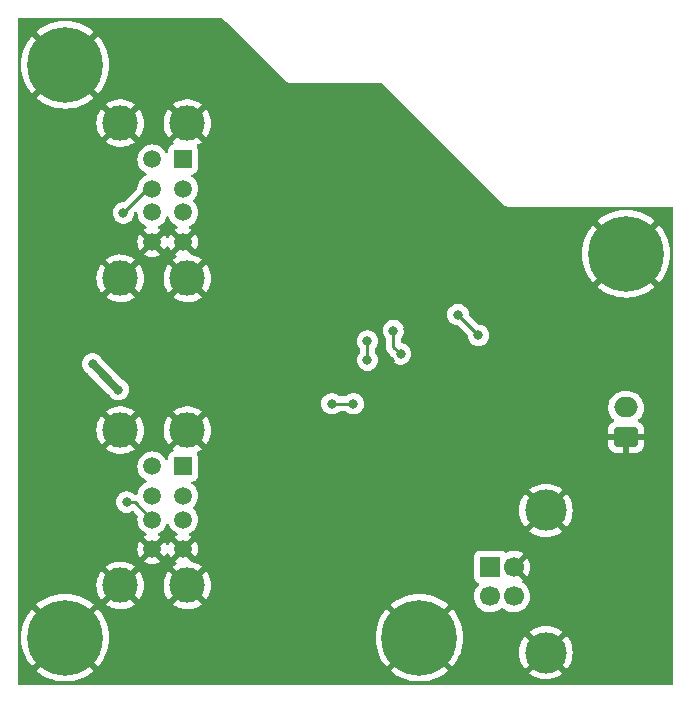
<source format=gbr>
%TF.GenerationSoftware,KiCad,Pcbnew,(6.0.5)*%
%TF.CreationDate,2023-02-01T20:47:26-08:00*%
%TF.ProjectId,USBHub,55534248-7562-42e6-9b69-6361645f7063,rev?*%
%TF.SameCoordinates,Original*%
%TF.FileFunction,Copper,L2,Bot*%
%TF.FilePolarity,Positive*%
%FSLAX46Y46*%
G04 Gerber Fmt 4.6, Leading zero omitted, Abs format (unit mm)*
G04 Created by KiCad (PCBNEW (6.0.5)) date 2023-02-01 20:47:26*
%MOMM*%
%LPD*%
G01*
G04 APERTURE LIST*
G04 Aperture macros list*
%AMRoundRect*
0 Rectangle with rounded corners*
0 $1 Rounding radius*
0 $2 $3 $4 $5 $6 $7 $8 $9 X,Y pos of 4 corners*
0 Add a 4 corners polygon primitive as box body*
4,1,4,$2,$3,$4,$5,$6,$7,$8,$9,$2,$3,0*
0 Add four circle primitives for the rounded corners*
1,1,$1+$1,$2,$3*
1,1,$1+$1,$4,$5*
1,1,$1+$1,$6,$7*
1,1,$1+$1,$8,$9*
0 Add four rect primitives between the rounded corners*
20,1,$1+$1,$2,$3,$4,$5,0*
20,1,$1+$1,$4,$5,$6,$7,0*
20,1,$1+$1,$6,$7,$8,$9,0*
20,1,$1+$1,$8,$9,$2,$3,0*%
G04 Aperture macros list end*
%TA.AperFunction,ComponentPad*%
%ADD10O,2.000000X1.700000*%
%TD*%
%TA.AperFunction,ComponentPad*%
%ADD11RoundRect,0.250000X0.750000X-0.600000X0.750000X0.600000X-0.750000X0.600000X-0.750000X-0.600000X0*%
%TD*%
%TA.AperFunction,ComponentPad*%
%ADD12C,3.500000*%
%TD*%
%TA.AperFunction,ComponentPad*%
%ADD13C,1.700000*%
%TD*%
%TA.AperFunction,ComponentPad*%
%ADD14R,1.700000X1.700000*%
%TD*%
%TA.AperFunction,ComponentPad*%
%ADD15C,3.000000*%
%TD*%
%TA.AperFunction,ComponentPad*%
%ADD16R,1.500000X1.500000*%
%TD*%
%TA.AperFunction,ComponentPad*%
%ADD17C,1.500000*%
%TD*%
%TA.AperFunction,ComponentPad*%
%ADD18C,0.800000*%
%TD*%
%TA.AperFunction,ComponentPad*%
%ADD19C,6.400000*%
%TD*%
%TA.AperFunction,ViaPad*%
%ADD20C,0.800000*%
%TD*%
%TA.AperFunction,Conductor*%
%ADD21C,0.250000*%
%TD*%
%TA.AperFunction,Conductor*%
%ADD22C,0.700000*%
%TD*%
G04 APERTURE END LIST*
D10*
%TO.P,J6,2*%
%TO.N,VD5*%
X174500000Y-93000000D03*
D11*
%TO.P,J6,1*%
%TO.N,GND*%
X174500000Y-95500000D03*
%TD*%
D12*
%TO.P,J3,5*%
%TO.N,GND*%
X167710000Y-113770000D03*
X167710000Y-101730000D03*
D13*
%TO.P,J3,4*%
X165000000Y-106500000D03*
%TO.P,J3,3*%
%TO.N,/DU+*%
X165000000Y-109000000D03*
%TO.P,J3,2*%
%TO.N,/DU-*%
X163000000Y-109000000D03*
D14*
%TO.P,J3,1*%
%TO.N,N/C*%
X163000000Y-106500000D03*
%TD*%
D15*
%TO.P,J1,9*%
%TO.N,GND*%
X137350000Y-82070000D03*
X137350000Y-68930000D03*
D16*
%TO.P,J1,1*%
%TO.N,VBUS*%
X137000000Y-72000000D03*
D17*
%TO.P,J1,2*%
%TO.N,/D4-*%
X137000000Y-74500000D03*
%TO.P,J1,3*%
%TO.N,/D4+*%
X137000000Y-76500000D03*
%TO.P,J1,4*%
%TO.N,GND*%
X137000000Y-79000000D03*
D15*
%TO.P,J1,9*%
X131670000Y-68930000D03*
X131670000Y-82070000D03*
D17*
%TO.P,J1,5*%
%TO.N,VBUS*%
X134380000Y-72000000D03*
%TO.P,J1,6*%
%TO.N,/D3-*%
X134380000Y-74500000D03*
%TO.P,J1,7*%
%TO.N,/D3+*%
X134380000Y-76500000D03*
%TO.P,J1,8*%
%TO.N,GND*%
X134380000Y-79000000D03*
%TD*%
D15*
%TO.P,J2,9*%
%TO.N,GND*%
X137350000Y-108070000D03*
X137350000Y-94930000D03*
D16*
%TO.P,J2,1*%
%TO.N,VBUS*%
X137000000Y-98000000D03*
D17*
%TO.P,J2,2*%
%TO.N,/D1-*%
X137000000Y-100500000D03*
%TO.P,J2,3*%
%TO.N,/D1+*%
X137000000Y-102500000D03*
%TO.P,J2,4*%
%TO.N,GND*%
X137000000Y-105000000D03*
D15*
%TO.P,J2,9*%
X131670000Y-94930000D03*
X131670000Y-108070000D03*
D17*
%TO.P,J2,5*%
%TO.N,VBUS*%
X134380000Y-98000000D03*
%TO.P,J2,6*%
%TO.N,/D2-*%
X134380000Y-100500000D03*
%TO.P,J2,7*%
%TO.N,/D2+*%
X134380000Y-102500000D03*
%TO.P,J2,8*%
%TO.N,GND*%
X134380000Y-105000000D03*
%TD*%
D18*
%TO.P,H4,1*%
%TO.N,GND*%
X158697056Y-110802944D03*
X157000000Y-110100000D03*
X155302944Y-110802944D03*
X154600000Y-112500000D03*
X155302944Y-114197056D03*
X157000000Y-114900000D03*
X158697056Y-114197056D03*
X159400000Y-112500000D03*
D19*
X157000000Y-112500000D03*
%TD*%
D18*
%TO.P,H3,1*%
%TO.N,GND*%
X128697056Y-110802944D03*
X127000000Y-110100000D03*
X125302944Y-110802944D03*
X124600000Y-112500000D03*
X125302944Y-114197056D03*
X127000000Y-114900000D03*
X128697056Y-114197056D03*
X129400000Y-112500000D03*
D19*
X127000000Y-112500000D03*
%TD*%
D18*
%TO.P,H2,1*%
%TO.N,GND*%
X176197056Y-78302944D03*
X174500000Y-77600000D03*
X172802944Y-78302944D03*
X172100000Y-80000000D03*
X172802944Y-81697056D03*
X174500000Y-82400000D03*
X176197056Y-81697056D03*
X176900000Y-80000000D03*
D19*
X174500000Y-80000000D03*
%TD*%
D18*
%TO.P,H1,1*%
%TO.N,GND*%
X128697056Y-62302944D03*
X127000000Y-61600000D03*
X125302944Y-62302944D03*
X124600000Y-64000000D03*
X125302944Y-65697056D03*
X127000000Y-66400000D03*
X128697056Y-65697056D03*
X129400000Y-64000000D03*
D19*
X127000000Y-64000000D03*
%TD*%
D20*
%TO.N,GND*%
X167500000Y-91500000D03*
X132500000Y-90700000D03*
X136900000Y-89800000D03*
X132500000Y-64500000D03*
X137500000Y-63500000D03*
X164500000Y-85000000D03*
X164300000Y-87600000D03*
X164300000Y-89600000D03*
X160200000Y-77500000D03*
X150500000Y-89000000D03*
X150000000Y-87500000D03*
X150000000Y-85000000D03*
X151000000Y-82900000D03*
X152500000Y-83200000D03*
X153000000Y-80000000D03*
X153400000Y-83200000D03*
X154000000Y-80000000D03*
X156200000Y-80000000D03*
X154300000Y-77500000D03*
X145400000Y-97100000D03*
X148200000Y-97300000D03*
X152000000Y-97400000D03*
X150100000Y-97500000D03*
X159000000Y-97100000D03*
X158800000Y-89300000D03*
X154525000Y-89100000D03*
X159000000Y-85800000D03*
X156000000Y-86400000D03*
X147000000Y-78100000D03*
X158300000Y-77400000D03*
X143500000Y-97100000D03*
X164500000Y-82000000D03*
X164500000Y-79500000D03*
X166000000Y-90500000D03*
%TO.N,VD18*%
X152600000Y-89000000D03*
X152600000Y-87400000D03*
%TO.N,VBUS*%
X131500000Y-91500000D03*
X129327381Y-89327381D03*
%TO.N,Net-(R1-Pad1)*%
X151400000Y-92700000D03*
X149600000Y-92700000D03*
%TO.N,VBUSM*%
X155400000Y-88475000D03*
X154800000Y-86500000D03*
%TO.N,POWER_EN*%
X162000000Y-86900000D03*
X160265348Y-85151152D03*
%TO.N,/D3-*%
X131936724Y-76536724D03*
%TO.N,/D2+*%
X132200000Y-101023800D03*
%TD*%
D21*
%TO.N,VD18*%
X152600000Y-89000000D02*
X152600000Y-87400000D01*
D22*
%TO.N,VBUS*%
X129327381Y-89327381D02*
X131500000Y-91500000D01*
D21*
%TO.N,Net-(R1-Pad1)*%
X151400000Y-92700000D02*
X149600000Y-92700000D01*
%TO.N,VBUSM*%
X155400000Y-88475000D02*
X154800000Y-87875000D01*
X154800000Y-87875000D02*
X154800000Y-86500000D01*
%TO.N,POWER_EN*%
X162000000Y-86885804D02*
X160265348Y-85151152D01*
X162000000Y-86900000D02*
X162000000Y-86885804D01*
%TO.N,/D3-*%
X133973448Y-74500000D02*
X134380000Y-74500000D01*
X131936724Y-76536724D02*
X133973448Y-74500000D01*
%TO.N,/D2+*%
X132903800Y-101023800D02*
X134380000Y-102500000D01*
X132200000Y-101023800D02*
X132903800Y-101023800D01*
%TD*%
%TA.AperFunction,Conductor*%
%TO.N,GND*%
G36*
X140305303Y-60028502D02*
G01*
X140326278Y-60045405D01*
X140666254Y-60385382D01*
X140666269Y-60385396D01*
X145590180Y-65309308D01*
X145597800Y-65318845D01*
X145598169Y-65318531D01*
X145603984Y-65325364D01*
X145608776Y-65332958D01*
X145649116Y-65368585D01*
X145654803Y-65373931D01*
X145666255Y-65385383D01*
X145669846Y-65388074D01*
X145669848Y-65388076D01*
X145674630Y-65391660D01*
X145682473Y-65398045D01*
X145717951Y-65429378D01*
X145726078Y-65433194D01*
X145728534Y-65434807D01*
X145743547Y-65443829D01*
X145746118Y-65445237D01*
X145753296Y-65450616D01*
X145761696Y-65453765D01*
X145761698Y-65453766D01*
X145797640Y-65467239D01*
X145806943Y-65471159D01*
X145849800Y-65491281D01*
X145858669Y-65492662D01*
X145861495Y-65493526D01*
X145878399Y-65497960D01*
X145881275Y-65498592D01*
X145889684Y-65501745D01*
X145898634Y-65502410D01*
X145936906Y-65505254D01*
X145946952Y-65506408D01*
X145955575Y-65507751D01*
X145955578Y-65507751D01*
X145960386Y-65508500D01*
X145975906Y-65508500D01*
X145985243Y-65508846D01*
X146034941Y-65512539D01*
X146043720Y-65510665D01*
X146051978Y-65510102D01*
X146067161Y-65508500D01*
X153737183Y-65508500D01*
X153805304Y-65528502D01*
X153826278Y-65545405D01*
X164090177Y-75809304D01*
X164097800Y-75818844D01*
X164098168Y-75818530D01*
X164103986Y-75825366D01*
X164108776Y-75832958D01*
X164115504Y-75838900D01*
X164149125Y-75868593D01*
X164154812Y-75873939D01*
X164166255Y-75885382D01*
X164173780Y-75891022D01*
X164174630Y-75891659D01*
X164182459Y-75898033D01*
X164217951Y-75929378D01*
X164226074Y-75933192D01*
X164228562Y-75934826D01*
X164243523Y-75943814D01*
X164246109Y-75945230D01*
X164253295Y-75950616D01*
X164297650Y-75967244D01*
X164306948Y-75971162D01*
X164349800Y-75991281D01*
X164358666Y-75992662D01*
X164361467Y-75993518D01*
X164378404Y-75997962D01*
X164381284Y-75998595D01*
X164389684Y-76001744D01*
X164398629Y-76002409D01*
X164398630Y-76002409D01*
X164436889Y-76005252D01*
X164446937Y-76006406D01*
X164451588Y-76007130D01*
X164460386Y-76008500D01*
X164475923Y-76008500D01*
X164485261Y-76008847D01*
X164525990Y-76011874D01*
X164525991Y-76011874D01*
X164534941Y-76012539D01*
X164543716Y-76010666D01*
X164551973Y-76010103D01*
X164567162Y-76008500D01*
X178365500Y-76008500D01*
X178433621Y-76028502D01*
X178480114Y-76082158D01*
X178491500Y-76134500D01*
X178491500Y-116365500D01*
X178471498Y-116433621D01*
X178417842Y-116480114D01*
X178365500Y-116491500D01*
X123134500Y-116491500D01*
X123066379Y-116471498D01*
X123019886Y-116417842D01*
X123008500Y-116365500D01*
X123008500Y-115297386D01*
X124567759Y-115297386D01*
X124575216Y-115307753D01*
X124814935Y-115501874D01*
X124820272Y-115505751D01*
X125140685Y-115713830D01*
X125146394Y-115717127D01*
X125486811Y-115890578D01*
X125492836Y-115893260D01*
X125849502Y-116030171D01*
X125855784Y-116032212D01*
X126224816Y-116131094D01*
X126231266Y-116132465D01*
X126608629Y-116192234D01*
X126615167Y-116192920D01*
X126996699Y-116212916D01*
X127003301Y-116212916D01*
X127384833Y-116192920D01*
X127391371Y-116192234D01*
X127768734Y-116132465D01*
X127775184Y-116131094D01*
X128144216Y-116032212D01*
X128150498Y-116030171D01*
X128507164Y-115893260D01*
X128513189Y-115890578D01*
X128853606Y-115717127D01*
X128859315Y-115713830D01*
X129179728Y-115505751D01*
X129185065Y-115501874D01*
X129423835Y-115308522D01*
X129431527Y-115297386D01*
X154567759Y-115297386D01*
X154575216Y-115307753D01*
X154814935Y-115501874D01*
X154820272Y-115505751D01*
X155140685Y-115713830D01*
X155146394Y-115717127D01*
X155486811Y-115890578D01*
X155492836Y-115893260D01*
X155849502Y-116030171D01*
X155855784Y-116032212D01*
X156224816Y-116131094D01*
X156231266Y-116132465D01*
X156608629Y-116192234D01*
X156615167Y-116192920D01*
X156996699Y-116212916D01*
X157003301Y-116212916D01*
X157384833Y-116192920D01*
X157391371Y-116192234D01*
X157768734Y-116132465D01*
X157775184Y-116131094D01*
X158144216Y-116032212D01*
X158150498Y-116030171D01*
X158507164Y-115893260D01*
X158513189Y-115890578D01*
X158853606Y-115717127D01*
X158859315Y-115713830D01*
X159128751Y-115538856D01*
X166306601Y-115538856D01*
X166313059Y-115548216D01*
X166329361Y-115562512D01*
X166335901Y-115567530D01*
X166575144Y-115727387D01*
X166582281Y-115731508D01*
X166840349Y-115858772D01*
X166847953Y-115861922D01*
X167120420Y-115954412D01*
X167128383Y-115956546D01*
X167410600Y-116012683D01*
X167418751Y-116013756D01*
X167705881Y-116032575D01*
X167714119Y-116032575D01*
X168001249Y-116013756D01*
X168009400Y-116012683D01*
X168291617Y-115956546D01*
X168299580Y-115954412D01*
X168572047Y-115861922D01*
X168579651Y-115858772D01*
X168837719Y-115731508D01*
X168844856Y-115727387D01*
X169084099Y-115567530D01*
X169090639Y-115562512D01*
X169105074Y-115549853D01*
X169113472Y-115536614D01*
X169107638Y-115526849D01*
X167722810Y-114142020D01*
X167708869Y-114134408D01*
X167707034Y-114134539D01*
X167700420Y-114138790D01*
X166314116Y-115525095D01*
X166306601Y-115538856D01*
X159128751Y-115538856D01*
X159179728Y-115505751D01*
X159185065Y-115501874D01*
X159423835Y-115308522D01*
X159432300Y-115296267D01*
X159425966Y-115285176D01*
X157012812Y-112872022D01*
X156998868Y-112864408D01*
X156997035Y-112864539D01*
X156990420Y-112868790D01*
X154574900Y-115284310D01*
X154567759Y-115297386D01*
X129431527Y-115297386D01*
X129432300Y-115296267D01*
X129425966Y-115285176D01*
X127012812Y-112872022D01*
X126998868Y-112864408D01*
X126997035Y-112864539D01*
X126990420Y-112868790D01*
X124574900Y-115284310D01*
X124567759Y-115297386D01*
X123008500Y-115297386D01*
X123008500Y-112503301D01*
X123287084Y-112503301D01*
X123307080Y-112884833D01*
X123307766Y-112891371D01*
X123367535Y-113268734D01*
X123368906Y-113275184D01*
X123467788Y-113644216D01*
X123469829Y-113650498D01*
X123606740Y-114007164D01*
X123609422Y-114013189D01*
X123782872Y-114353603D01*
X123786169Y-114359313D01*
X123994253Y-114679735D01*
X123998123Y-114685061D01*
X124191478Y-114923835D01*
X124203733Y-114932300D01*
X124214824Y-114925966D01*
X126627978Y-112512812D01*
X126634356Y-112501132D01*
X127364408Y-112501132D01*
X127364539Y-112502965D01*
X127368790Y-112509580D01*
X129784310Y-114925100D01*
X129797386Y-114932241D01*
X129807753Y-114924784D01*
X130001877Y-114685061D01*
X130005747Y-114679735D01*
X130213831Y-114359313D01*
X130217128Y-114353603D01*
X130390578Y-114013189D01*
X130393260Y-114007164D01*
X130530171Y-113650498D01*
X130532212Y-113644216D01*
X130631094Y-113275184D01*
X130632465Y-113268734D01*
X130692234Y-112891371D01*
X130692920Y-112884833D01*
X130712916Y-112503301D01*
X153287084Y-112503301D01*
X153307080Y-112884833D01*
X153307766Y-112891371D01*
X153367535Y-113268734D01*
X153368906Y-113275184D01*
X153467788Y-113644216D01*
X153469829Y-113650498D01*
X153606740Y-114007164D01*
X153609422Y-114013189D01*
X153782872Y-114353603D01*
X153786169Y-114359313D01*
X153994253Y-114679735D01*
X153998123Y-114685061D01*
X154191478Y-114923835D01*
X154203733Y-114932300D01*
X154214824Y-114925966D01*
X156627978Y-112512812D01*
X156634356Y-112501132D01*
X157364408Y-112501132D01*
X157364539Y-112502965D01*
X157368790Y-112509580D01*
X159784310Y-114925100D01*
X159797386Y-114932241D01*
X159807753Y-114924784D01*
X160001877Y-114685061D01*
X160005747Y-114679735D01*
X160213831Y-114359313D01*
X160217128Y-114353603D01*
X160390578Y-114013189D01*
X160393260Y-114007164D01*
X160482717Y-113774119D01*
X165447425Y-113774119D01*
X165466244Y-114061249D01*
X165467317Y-114069400D01*
X165523454Y-114351617D01*
X165525588Y-114359580D01*
X165618078Y-114632047D01*
X165621228Y-114639651D01*
X165748492Y-114897718D01*
X165752613Y-114904855D01*
X165912470Y-115144099D01*
X165917488Y-115150639D01*
X165930147Y-115165074D01*
X165943386Y-115173472D01*
X165953151Y-115167638D01*
X167337980Y-113782810D01*
X167344357Y-113771131D01*
X168074408Y-113771131D01*
X168074539Y-113772966D01*
X168078790Y-113779580D01*
X169465095Y-115165884D01*
X169478856Y-115173399D01*
X169488216Y-115166941D01*
X169502512Y-115150639D01*
X169507530Y-115144099D01*
X169667387Y-114904855D01*
X169671508Y-114897718D01*
X169798772Y-114639651D01*
X169801922Y-114632047D01*
X169894412Y-114359580D01*
X169896546Y-114351617D01*
X169952683Y-114069400D01*
X169953756Y-114061249D01*
X169972575Y-113774119D01*
X169972575Y-113765881D01*
X169953756Y-113478751D01*
X169952683Y-113470600D01*
X169896546Y-113188383D01*
X169894412Y-113180420D01*
X169801922Y-112907953D01*
X169798772Y-112900349D01*
X169671508Y-112642282D01*
X169667387Y-112635145D01*
X169507530Y-112395901D01*
X169502512Y-112389361D01*
X169489853Y-112374926D01*
X169476614Y-112366528D01*
X169466849Y-112372362D01*
X168082020Y-113757190D01*
X168074408Y-113771131D01*
X167344357Y-113771131D01*
X167345592Y-113768869D01*
X167345461Y-113767034D01*
X167341210Y-113760420D01*
X165954905Y-112374116D01*
X165941144Y-112366601D01*
X165931784Y-112373059D01*
X165917488Y-112389361D01*
X165912470Y-112395901D01*
X165752613Y-112635145D01*
X165748492Y-112642282D01*
X165621228Y-112900349D01*
X165618078Y-112907953D01*
X165525588Y-113180420D01*
X165523454Y-113188383D01*
X165467317Y-113470600D01*
X165466244Y-113478751D01*
X165447425Y-113765881D01*
X165447425Y-113774119D01*
X160482717Y-113774119D01*
X160530171Y-113650498D01*
X160532212Y-113644216D01*
X160631094Y-113275184D01*
X160632465Y-113268734D01*
X160692234Y-112891371D01*
X160692920Y-112884833D01*
X160712916Y-112503301D01*
X160712916Y-112496699D01*
X160692920Y-112115167D01*
X160692234Y-112108629D01*
X160675565Y-112003386D01*
X166306528Y-112003386D01*
X166312362Y-112013151D01*
X167697190Y-113397980D01*
X167711131Y-113405592D01*
X167712966Y-113405461D01*
X167719580Y-113401210D01*
X169105884Y-112014905D01*
X169113399Y-112001144D01*
X169106941Y-111991784D01*
X169090639Y-111977488D01*
X169084099Y-111972470D01*
X168844856Y-111812613D01*
X168837719Y-111808492D01*
X168579651Y-111681228D01*
X168572047Y-111678078D01*
X168299580Y-111585588D01*
X168291617Y-111583454D01*
X168009400Y-111527317D01*
X168001249Y-111526244D01*
X167714119Y-111507425D01*
X167705881Y-111507425D01*
X167418751Y-111526244D01*
X167410600Y-111527317D01*
X167128383Y-111583454D01*
X167120420Y-111585588D01*
X166847953Y-111678078D01*
X166840349Y-111681228D01*
X166582282Y-111808492D01*
X166575145Y-111812613D01*
X166335901Y-111972470D01*
X166329361Y-111977488D01*
X166314926Y-111990147D01*
X166306528Y-112003386D01*
X160675565Y-112003386D01*
X160632465Y-111731266D01*
X160631094Y-111724816D01*
X160532212Y-111355784D01*
X160530171Y-111349502D01*
X160393260Y-110992836D01*
X160390578Y-110986811D01*
X160217128Y-110646397D01*
X160213831Y-110640687D01*
X160005747Y-110320265D01*
X160001877Y-110314939D01*
X159808522Y-110076165D01*
X159796267Y-110067700D01*
X159785176Y-110074034D01*
X157372022Y-112487188D01*
X157364408Y-112501132D01*
X156634356Y-112501132D01*
X156635592Y-112498868D01*
X156635461Y-112497035D01*
X156631210Y-112490420D01*
X154215690Y-110074900D01*
X154202614Y-110067759D01*
X154192247Y-110075216D01*
X153998123Y-110314939D01*
X153994253Y-110320265D01*
X153786169Y-110640687D01*
X153782872Y-110646397D01*
X153609422Y-110986811D01*
X153606740Y-110992836D01*
X153469829Y-111349502D01*
X153467788Y-111355784D01*
X153368906Y-111724816D01*
X153367535Y-111731266D01*
X153307766Y-112108629D01*
X153307080Y-112115167D01*
X153287084Y-112496699D01*
X153287084Y-112503301D01*
X130712916Y-112503301D01*
X130712916Y-112496699D01*
X130692920Y-112115167D01*
X130692234Y-112108629D01*
X130632465Y-111731266D01*
X130631094Y-111724816D01*
X130532212Y-111355784D01*
X130530171Y-111349502D01*
X130393260Y-110992836D01*
X130390578Y-110986811D01*
X130217128Y-110646397D01*
X130213831Y-110640687D01*
X130005747Y-110320265D01*
X130001877Y-110314939D01*
X129808522Y-110076165D01*
X129796267Y-110067700D01*
X129785176Y-110074034D01*
X127372022Y-112487188D01*
X127364408Y-112501132D01*
X126634356Y-112501132D01*
X126635592Y-112498868D01*
X126635461Y-112497035D01*
X126631210Y-112490420D01*
X124215690Y-110074900D01*
X124202614Y-110067759D01*
X124192247Y-110075216D01*
X123998123Y-110314939D01*
X123994253Y-110320265D01*
X123786169Y-110640687D01*
X123782872Y-110646397D01*
X123609422Y-110986811D01*
X123606740Y-110992836D01*
X123469829Y-111349502D01*
X123467788Y-111355784D01*
X123368906Y-111724816D01*
X123367535Y-111731266D01*
X123307766Y-112108629D01*
X123307080Y-112115167D01*
X123287084Y-112496699D01*
X123287084Y-112503301D01*
X123008500Y-112503301D01*
X123008500Y-109703733D01*
X124567700Y-109703733D01*
X124574034Y-109714824D01*
X126987188Y-112127978D01*
X127001132Y-112135592D01*
X127002965Y-112135461D01*
X127009580Y-112131210D01*
X129425100Y-109715690D01*
X129432241Y-109702614D01*
X129424784Y-109692247D01*
X129384535Y-109659654D01*
X130445618Y-109659654D01*
X130452673Y-109669627D01*
X130483679Y-109695551D01*
X130490598Y-109700579D01*
X130715272Y-109841515D01*
X130722807Y-109845556D01*
X130964520Y-109954694D01*
X130972551Y-109957680D01*
X131226832Y-110033002D01*
X131235184Y-110034869D01*
X131497340Y-110074984D01*
X131505874Y-110075700D01*
X131771045Y-110079867D01*
X131779596Y-110079418D01*
X132042883Y-110047557D01*
X132051284Y-110045955D01*
X132307824Y-109978653D01*
X132315926Y-109975926D01*
X132560949Y-109874434D01*
X132568617Y-109870628D01*
X132797598Y-109736822D01*
X132804679Y-109732009D01*
X132884655Y-109669301D01*
X132891545Y-109659654D01*
X136125618Y-109659654D01*
X136132673Y-109669627D01*
X136163679Y-109695551D01*
X136170598Y-109700579D01*
X136395272Y-109841515D01*
X136402807Y-109845556D01*
X136644520Y-109954694D01*
X136652551Y-109957680D01*
X136906832Y-110033002D01*
X136915184Y-110034869D01*
X137177340Y-110074984D01*
X137185874Y-110075700D01*
X137451045Y-110079867D01*
X137459596Y-110079418D01*
X137722883Y-110047557D01*
X137731284Y-110045955D01*
X137987824Y-109978653D01*
X137995926Y-109975926D01*
X138240949Y-109874434D01*
X138248617Y-109870628D01*
X138477598Y-109736822D01*
X138484679Y-109732009D01*
X138520741Y-109703733D01*
X154567700Y-109703733D01*
X154574034Y-109714824D01*
X156987188Y-112127978D01*
X157001132Y-112135592D01*
X157002965Y-112135461D01*
X157009580Y-112131210D01*
X159425100Y-109715690D01*
X159432241Y-109702614D01*
X159424784Y-109692247D01*
X159185065Y-109498126D01*
X159179728Y-109494249D01*
X158859315Y-109286170D01*
X158853606Y-109282873D01*
X158513189Y-109109422D01*
X158507164Y-109106740D01*
X158150498Y-108969829D01*
X158144216Y-108967788D01*
X158140137Y-108966695D01*
X161637251Y-108966695D01*
X161637548Y-108971848D01*
X161637548Y-108971851D01*
X161643011Y-109066590D01*
X161650110Y-109189715D01*
X161651247Y-109194761D01*
X161651248Y-109194767D01*
X161671104Y-109282872D01*
X161699222Y-109407639D01*
X161783266Y-109614616D01*
X161899987Y-109805088D01*
X162046250Y-109973938D01*
X162218126Y-110116632D01*
X162411000Y-110229338D01*
X162619692Y-110309030D01*
X162624760Y-110310061D01*
X162624763Y-110310062D01*
X162674913Y-110320265D01*
X162838597Y-110353567D01*
X162843772Y-110353757D01*
X162843774Y-110353757D01*
X163056673Y-110361564D01*
X163056677Y-110361564D01*
X163061837Y-110361753D01*
X163066957Y-110361097D01*
X163066959Y-110361097D01*
X163278288Y-110334025D01*
X163278289Y-110334025D01*
X163283416Y-110333368D01*
X163288366Y-110331883D01*
X163492429Y-110270661D01*
X163492434Y-110270659D01*
X163497384Y-110269174D01*
X163697994Y-110170896D01*
X163879860Y-110041173D01*
X163911076Y-110010066D01*
X163973445Y-109976150D01*
X164044252Y-109981338D01*
X164080500Y-110002373D01*
X164159187Y-110067700D01*
X164218126Y-110116632D01*
X164411000Y-110229338D01*
X164619692Y-110309030D01*
X164624760Y-110310061D01*
X164624763Y-110310062D01*
X164674913Y-110320265D01*
X164838597Y-110353567D01*
X164843772Y-110353757D01*
X164843774Y-110353757D01*
X165056673Y-110361564D01*
X165056677Y-110361564D01*
X165061837Y-110361753D01*
X165066957Y-110361097D01*
X165066959Y-110361097D01*
X165278288Y-110334025D01*
X165278289Y-110334025D01*
X165283416Y-110333368D01*
X165288366Y-110331883D01*
X165492429Y-110270661D01*
X165492434Y-110270659D01*
X165497384Y-110269174D01*
X165697994Y-110170896D01*
X165879860Y-110041173D01*
X165939905Y-109981338D01*
X165966642Y-109954694D01*
X166038096Y-109883489D01*
X166065354Y-109845556D01*
X166165435Y-109706277D01*
X166168453Y-109702077D01*
X166171679Y-109695551D01*
X166265136Y-109506453D01*
X166265137Y-109506451D01*
X166267430Y-109501811D01*
X166332370Y-109288069D01*
X166361529Y-109066590D01*
X166363156Y-109000000D01*
X166344852Y-108777361D01*
X166290431Y-108560702D01*
X166201354Y-108355840D01*
X166080014Y-108168277D01*
X165929670Y-108003051D01*
X165925619Y-107999852D01*
X165925615Y-107999848D01*
X165758414Y-107867800D01*
X165758410Y-107867798D01*
X165754359Y-107864598D01*
X165744184Y-107858981D01*
X165694212Y-107808552D01*
X165679437Y-107739109D01*
X165704551Y-107672703D01*
X165731905Y-107646093D01*
X165749247Y-107633723D01*
X165757648Y-107623023D01*
X165750660Y-107609870D01*
X164729885Y-106589095D01*
X164695859Y-106526783D01*
X164697694Y-106501132D01*
X165364408Y-106501132D01*
X165364539Y-106502965D01*
X165368790Y-106509580D01*
X166110474Y-107251264D01*
X166122484Y-107257823D01*
X166134223Y-107248855D01*
X166165004Y-107206019D01*
X166170315Y-107197180D01*
X166264670Y-107006267D01*
X166268469Y-106996672D01*
X166330376Y-106792915D01*
X166332555Y-106782834D01*
X166360590Y-106569887D01*
X166361109Y-106563212D01*
X166362572Y-106503364D01*
X166362378Y-106496646D01*
X166344781Y-106282604D01*
X166343096Y-106272424D01*
X166291214Y-106065875D01*
X166287894Y-106056124D01*
X166202972Y-105860814D01*
X166198105Y-105851739D01*
X166133063Y-105751197D01*
X166122377Y-105741995D01*
X166112812Y-105746398D01*
X165372022Y-106487188D01*
X165364408Y-106501132D01*
X164697694Y-106501132D01*
X164700924Y-106455968D01*
X164729885Y-106410905D01*
X165753389Y-105387401D01*
X165760410Y-105374544D01*
X165753611Y-105365213D01*
X165749554Y-105362518D01*
X165563117Y-105259599D01*
X165553705Y-105255369D01*
X165352959Y-105184280D01*
X165342989Y-105181646D01*
X165133327Y-105144301D01*
X165123073Y-105143331D01*
X164910116Y-105140728D01*
X164899832Y-105141448D01*
X164689321Y-105173661D01*
X164679293Y-105176050D01*
X164476868Y-105242212D01*
X164467364Y-105246207D01*
X164354363Y-105305032D01*
X164284703Y-105318745D01*
X164218688Y-105292620D01*
X164215667Y-105289949D01*
X164213261Y-105286739D01*
X164096705Y-105199385D01*
X163960316Y-105148255D01*
X163898134Y-105141500D01*
X162101866Y-105141500D01*
X162039684Y-105148255D01*
X161903295Y-105199385D01*
X161786739Y-105286739D01*
X161699385Y-105403295D01*
X161648255Y-105539684D01*
X161641500Y-105601866D01*
X161641500Y-107398134D01*
X161648255Y-107460316D01*
X161699385Y-107596705D01*
X161786739Y-107713261D01*
X161903295Y-107800615D01*
X161911703Y-107803767D01*
X161992309Y-107833985D01*
X162049073Y-107876627D01*
X162073773Y-107943188D01*
X162058566Y-108012537D01*
X162039173Y-108039017D01*
X161940629Y-108142138D01*
X161814743Y-108326680D01*
X161720688Y-108529305D01*
X161660989Y-108744570D01*
X161637251Y-108966695D01*
X158140137Y-108966695D01*
X157775184Y-108868906D01*
X157768734Y-108867535D01*
X157391371Y-108807766D01*
X157384833Y-108807080D01*
X157003301Y-108787084D01*
X156996699Y-108787084D01*
X156615167Y-108807080D01*
X156608629Y-108807766D01*
X156231266Y-108867535D01*
X156224816Y-108868906D01*
X155855784Y-108967788D01*
X155849502Y-108969829D01*
X155492836Y-109106740D01*
X155486811Y-109109422D01*
X155146397Y-109282872D01*
X155140687Y-109286169D01*
X154820265Y-109494253D01*
X154814939Y-109498123D01*
X154576165Y-109691478D01*
X154567700Y-109703733D01*
X138520741Y-109703733D01*
X138564655Y-109669301D01*
X138573125Y-109657442D01*
X138566608Y-109645818D01*
X137362812Y-108442022D01*
X137348868Y-108434408D01*
X137347035Y-108434539D01*
X137340420Y-108438790D01*
X136132910Y-109646300D01*
X136125618Y-109659654D01*
X132891545Y-109659654D01*
X132893125Y-109657442D01*
X132886608Y-109645818D01*
X131682812Y-108442022D01*
X131668868Y-108434408D01*
X131667035Y-108434539D01*
X131660420Y-108438790D01*
X130452910Y-109646300D01*
X130445618Y-109659654D01*
X129384535Y-109659654D01*
X129185065Y-109498126D01*
X129179728Y-109494249D01*
X128859315Y-109286170D01*
X128853606Y-109282873D01*
X128513189Y-109109422D01*
X128507164Y-109106740D01*
X128150498Y-108969829D01*
X128144216Y-108967788D01*
X127775184Y-108868906D01*
X127768734Y-108867535D01*
X127391371Y-108807766D01*
X127384833Y-108807080D01*
X127003301Y-108787084D01*
X126996699Y-108787084D01*
X126615167Y-108807080D01*
X126608629Y-108807766D01*
X126231266Y-108867535D01*
X126224816Y-108868906D01*
X125855784Y-108967788D01*
X125849502Y-108969829D01*
X125492836Y-109106740D01*
X125486811Y-109109422D01*
X125146397Y-109282872D01*
X125140687Y-109286169D01*
X124820265Y-109494253D01*
X124814939Y-109498123D01*
X124576165Y-109691478D01*
X124567700Y-109703733D01*
X123008500Y-109703733D01*
X123008500Y-108053204D01*
X129657665Y-108053204D01*
X129672932Y-108317969D01*
X129674005Y-108326470D01*
X129725065Y-108586722D01*
X129727276Y-108594974D01*
X129813184Y-108845894D01*
X129816499Y-108853779D01*
X129935664Y-109090713D01*
X129940020Y-109098079D01*
X130069347Y-109286250D01*
X130079601Y-109294594D01*
X130093342Y-109287448D01*
X131297978Y-108082812D01*
X131304356Y-108071132D01*
X132034408Y-108071132D01*
X132034539Y-108072965D01*
X132038790Y-108079580D01*
X133245730Y-109286520D01*
X133257939Y-109293187D01*
X133269439Y-109284497D01*
X133366831Y-109151913D01*
X133371418Y-109144685D01*
X133497962Y-108911621D01*
X133501530Y-108903827D01*
X133595271Y-108655750D01*
X133597748Y-108647544D01*
X133656954Y-108389038D01*
X133658294Y-108380577D01*
X133682031Y-108114616D01*
X133682277Y-108109677D01*
X133682666Y-108072485D01*
X133682523Y-108067519D01*
X133681547Y-108053204D01*
X135337665Y-108053204D01*
X135352932Y-108317969D01*
X135354005Y-108326470D01*
X135405065Y-108586722D01*
X135407276Y-108594974D01*
X135493184Y-108845894D01*
X135496499Y-108853779D01*
X135615664Y-109090713D01*
X135620020Y-109098079D01*
X135749347Y-109286250D01*
X135759601Y-109294594D01*
X135773342Y-109287448D01*
X136977978Y-108082812D01*
X136984356Y-108071132D01*
X137714408Y-108071132D01*
X137714539Y-108072965D01*
X137718790Y-108079580D01*
X138925730Y-109286520D01*
X138937939Y-109293187D01*
X138949439Y-109284497D01*
X139046831Y-109151913D01*
X139051418Y-109144685D01*
X139177962Y-108911621D01*
X139181530Y-108903827D01*
X139275271Y-108655750D01*
X139277748Y-108647544D01*
X139336954Y-108389038D01*
X139338294Y-108380577D01*
X139362031Y-108114616D01*
X139362277Y-108109677D01*
X139362666Y-108072485D01*
X139362523Y-108067519D01*
X139344362Y-107801123D01*
X139343201Y-107792649D01*
X139289419Y-107532944D01*
X139287120Y-107524709D01*
X139198588Y-107274705D01*
X139195191Y-107266854D01*
X139073550Y-107031178D01*
X139069122Y-107023866D01*
X138950031Y-106854417D01*
X138939509Y-106846037D01*
X138926121Y-106853089D01*
X137722022Y-108057188D01*
X137714408Y-108071132D01*
X136984356Y-108071132D01*
X136985592Y-108068868D01*
X136985461Y-108067035D01*
X136981210Y-108060420D01*
X135773814Y-106853024D01*
X135761804Y-106846466D01*
X135750064Y-106855434D01*
X135641935Y-107005911D01*
X135637418Y-107013196D01*
X135513325Y-107247567D01*
X135509839Y-107255395D01*
X135418700Y-107504446D01*
X135416311Y-107512670D01*
X135359812Y-107771795D01*
X135358563Y-107780250D01*
X135337754Y-108044653D01*
X135337665Y-108053204D01*
X133681547Y-108053204D01*
X133664362Y-107801123D01*
X133663201Y-107792649D01*
X133609419Y-107532944D01*
X133607120Y-107524709D01*
X133518588Y-107274705D01*
X133515191Y-107266854D01*
X133393550Y-107031178D01*
X133389122Y-107023866D01*
X133270031Y-106854417D01*
X133259509Y-106846037D01*
X133246121Y-106853089D01*
X132042022Y-108057188D01*
X132034408Y-108071132D01*
X131304356Y-108071132D01*
X131305592Y-108068868D01*
X131305461Y-108067035D01*
X131301210Y-108060420D01*
X130093814Y-106853024D01*
X130081804Y-106846466D01*
X130070064Y-106855434D01*
X129961935Y-107005911D01*
X129957418Y-107013196D01*
X129833325Y-107247567D01*
X129829839Y-107255395D01*
X129738700Y-107504446D01*
X129736311Y-107512670D01*
X129679812Y-107771795D01*
X129678563Y-107780250D01*
X129657754Y-108044653D01*
X129657665Y-108053204D01*
X123008500Y-108053204D01*
X123008500Y-106482500D01*
X130446584Y-106482500D01*
X130452980Y-106493770D01*
X131657188Y-107697978D01*
X131671132Y-107705592D01*
X131672965Y-107705461D01*
X131679580Y-107701210D01*
X132886604Y-106494186D01*
X132892985Y-106482500D01*
X136126584Y-106482500D01*
X136132980Y-106493770D01*
X137337188Y-107697978D01*
X137351132Y-107705592D01*
X137352965Y-107705461D01*
X137359580Y-107701210D01*
X138566604Y-106494186D01*
X138573795Y-106481017D01*
X138566473Y-106470780D01*
X138519233Y-106432115D01*
X138512261Y-106427160D01*
X138286122Y-106288582D01*
X138278552Y-106284624D01*
X138035704Y-106178022D01*
X138027644Y-106175120D01*
X137772585Y-106102464D01*
X137762788Y-106100382D01*
X137700314Y-106066654D01*
X137680028Y-106039239D01*
X137012811Y-105372021D01*
X136998868Y-105364408D01*
X136997034Y-105364539D01*
X136990420Y-105368790D01*
X136320820Y-106038391D01*
X136314393Y-106050161D01*
X136323687Y-106062175D01*
X136364097Y-106090470D01*
X136373571Y-106095940D01*
X136422564Y-106147323D01*
X136435999Y-106217037D01*
X136409612Y-106282947D01*
X136375277Y-106313174D01*
X136205007Y-106415079D01*
X136197981Y-106419962D01*
X136135053Y-106470377D01*
X136126584Y-106482500D01*
X132892985Y-106482500D01*
X132893795Y-106481017D01*
X132886473Y-106470780D01*
X132839233Y-106432115D01*
X132832261Y-106427160D01*
X132606122Y-106288582D01*
X132598552Y-106284624D01*
X132355704Y-106178022D01*
X132347644Y-106175120D01*
X132092592Y-106102467D01*
X132084214Y-106100685D01*
X131821656Y-106063318D01*
X131813111Y-106062691D01*
X131547908Y-106061302D01*
X131539374Y-106061839D01*
X131276433Y-106096456D01*
X131268035Y-106098149D01*
X131012238Y-106168127D01*
X131004143Y-106170946D01*
X130760199Y-106274997D01*
X130752577Y-106278881D01*
X130525013Y-106415075D01*
X130517981Y-106419962D01*
X130455053Y-106470377D01*
X130446584Y-106482500D01*
X123008500Y-106482500D01*
X123008500Y-106050161D01*
X133694393Y-106050161D01*
X133703687Y-106062175D01*
X133744088Y-106090464D01*
X133753584Y-106095947D01*
X133943113Y-106184326D01*
X133953405Y-106188072D01*
X134155401Y-106242196D01*
X134166196Y-106244099D01*
X134374525Y-106262326D01*
X134385475Y-106262326D01*
X134593804Y-106244099D01*
X134604599Y-106242196D01*
X134806595Y-106188072D01*
X134816887Y-106184326D01*
X135006416Y-106095947D01*
X135015912Y-106090464D01*
X135057148Y-106061590D01*
X135065523Y-106051112D01*
X135058457Y-106037668D01*
X134392811Y-105372021D01*
X134378868Y-105364408D01*
X134377034Y-105364539D01*
X134370420Y-105368790D01*
X133700820Y-106038391D01*
X133694393Y-106050161D01*
X123008500Y-106050161D01*
X123008500Y-105005475D01*
X133117674Y-105005475D01*
X133135901Y-105213804D01*
X133137804Y-105224599D01*
X133191928Y-105426595D01*
X133195674Y-105436887D01*
X133284054Y-105626417D01*
X133289534Y-105635907D01*
X133318411Y-105677149D01*
X133328887Y-105685523D01*
X133342334Y-105678455D01*
X134007979Y-105012811D01*
X134014356Y-105001132D01*
X134744408Y-105001132D01*
X134744539Y-105002966D01*
X134748790Y-105009580D01*
X135418391Y-105679180D01*
X135430161Y-105685607D01*
X135442176Y-105676311D01*
X135470466Y-105635907D01*
X135475946Y-105626417D01*
X135564326Y-105436887D01*
X135568073Y-105426591D01*
X135568293Y-105425771D01*
X135568488Y-105425450D01*
X135569955Y-105421421D01*
X135570765Y-105421716D01*
X135605243Y-105365148D01*
X135669103Y-105334125D01*
X135739598Y-105342552D01*
X135794345Y-105387754D01*
X135809767Y-105421522D01*
X135810045Y-105421421D01*
X135811319Y-105424922D01*
X135811707Y-105425771D01*
X135811927Y-105426591D01*
X135815674Y-105436887D01*
X135904054Y-105626417D01*
X135909534Y-105635907D01*
X135938411Y-105677149D01*
X135948887Y-105685523D01*
X135962334Y-105678455D01*
X136627979Y-105012811D01*
X136634356Y-105001132D01*
X137364408Y-105001132D01*
X137364539Y-105002966D01*
X137368790Y-105009580D01*
X138038391Y-105679180D01*
X138050161Y-105685607D01*
X138062176Y-105676311D01*
X138090466Y-105635907D01*
X138095946Y-105626417D01*
X138184326Y-105436887D01*
X138188072Y-105426595D01*
X138242196Y-105224599D01*
X138244099Y-105213804D01*
X138262326Y-105005475D01*
X138262326Y-104994525D01*
X138244099Y-104786196D01*
X138242196Y-104775401D01*
X138188072Y-104573405D01*
X138184326Y-104563113D01*
X138095946Y-104373583D01*
X138090466Y-104364093D01*
X138061589Y-104322851D01*
X138051113Y-104314477D01*
X138037666Y-104321545D01*
X137372021Y-104987189D01*
X137364408Y-105001132D01*
X136634356Y-105001132D01*
X136635592Y-104998868D01*
X136635461Y-104997034D01*
X136631210Y-104990420D01*
X135961609Y-104320820D01*
X135949839Y-104314393D01*
X135937824Y-104323689D01*
X135909534Y-104364093D01*
X135904054Y-104373583D01*
X135815674Y-104563113D01*
X135811927Y-104573409D01*
X135811707Y-104574229D01*
X135811512Y-104574550D01*
X135810045Y-104578579D01*
X135809235Y-104578284D01*
X135774757Y-104634852D01*
X135710897Y-104665875D01*
X135640402Y-104657448D01*
X135585655Y-104612246D01*
X135570233Y-104578478D01*
X135569955Y-104578579D01*
X135568681Y-104575078D01*
X135568293Y-104574229D01*
X135568073Y-104573409D01*
X135564326Y-104563113D01*
X135475946Y-104373583D01*
X135470466Y-104364093D01*
X135441589Y-104322851D01*
X135431113Y-104314477D01*
X135417666Y-104321545D01*
X134752021Y-104987189D01*
X134744408Y-105001132D01*
X134014356Y-105001132D01*
X134015592Y-104998868D01*
X134015461Y-104997034D01*
X134011210Y-104990420D01*
X133341609Y-104320820D01*
X133329839Y-104314393D01*
X133317824Y-104323689D01*
X133289534Y-104364093D01*
X133284054Y-104373583D01*
X133195674Y-104563113D01*
X133191928Y-104573405D01*
X133137804Y-104775401D01*
X133135901Y-104786196D01*
X133117674Y-104994525D01*
X133117674Y-105005475D01*
X123008500Y-105005475D01*
X123008500Y-101023800D01*
X131286496Y-101023800D01*
X131287186Y-101030365D01*
X131298306Y-101136162D01*
X131306458Y-101213728D01*
X131365473Y-101395356D01*
X131460960Y-101560744D01*
X131465378Y-101565651D01*
X131465379Y-101565652D01*
X131575507Y-101687962D01*
X131588747Y-101702666D01*
X131743248Y-101814918D01*
X131749276Y-101817602D01*
X131749278Y-101817603D01*
X131863252Y-101868347D01*
X131917712Y-101892594D01*
X132011112Y-101912447D01*
X132098056Y-101930928D01*
X132098061Y-101930928D01*
X132104513Y-101932300D01*
X132295487Y-101932300D01*
X132301939Y-101930928D01*
X132301944Y-101930928D01*
X132388888Y-101912447D01*
X132482288Y-101892594D01*
X132536748Y-101868347D01*
X132650722Y-101817603D01*
X132650724Y-101817602D01*
X132656752Y-101814918D01*
X132662094Y-101811037D01*
X132662705Y-101810684D01*
X132731700Y-101793945D01*
X132798792Y-101817164D01*
X132814803Y-101830707D01*
X133111673Y-102127578D01*
X133145698Y-102189890D01*
X133144284Y-102249284D01*
X133135885Y-102280629D01*
X133116693Y-102500000D01*
X133135885Y-102719371D01*
X133192880Y-102932076D01*
X133195205Y-102937061D01*
X133283618Y-103126666D01*
X133283621Y-103126671D01*
X133285944Y-103131653D01*
X133412251Y-103312038D01*
X133567962Y-103467749D01*
X133572471Y-103470906D01*
X133572473Y-103470908D01*
X133628092Y-103509853D01*
X133748346Y-103594056D01*
X133753328Y-103596379D01*
X133753333Y-103596382D01*
X133838469Y-103636081D01*
X133891754Y-103682998D01*
X133911215Y-103751276D01*
X133890673Y-103819235D01*
X133838469Y-103864471D01*
X133753583Y-103904054D01*
X133744093Y-103909534D01*
X133702851Y-103938411D01*
X133694477Y-103948887D01*
X133701545Y-103962334D01*
X134367189Y-104627979D01*
X134381132Y-104635592D01*
X134382966Y-104635461D01*
X134389580Y-104631210D01*
X135059180Y-103961609D01*
X135065607Y-103949839D01*
X135056313Y-103937825D01*
X135015912Y-103909536D01*
X135006416Y-103904053D01*
X134921531Y-103864471D01*
X134868246Y-103817554D01*
X134848785Y-103749276D01*
X134869327Y-103681316D01*
X134921531Y-103636081D01*
X135006667Y-103596382D01*
X135006672Y-103596379D01*
X135011654Y-103594056D01*
X135131908Y-103509853D01*
X135187527Y-103470908D01*
X135187529Y-103470906D01*
X135192038Y-103467749D01*
X135347749Y-103312038D01*
X135474056Y-103131653D01*
X135476379Y-103126671D01*
X135476382Y-103126666D01*
X135564795Y-102937061D01*
X135567120Y-102932076D01*
X135568544Y-102926763D01*
X135570426Y-102921592D01*
X135571728Y-102922066D01*
X135605243Y-102867078D01*
X135669103Y-102836055D01*
X135739598Y-102844482D01*
X135794346Y-102889684D01*
X135809011Y-102921797D01*
X135809574Y-102921592D01*
X135811456Y-102926763D01*
X135812880Y-102932076D01*
X135815205Y-102937061D01*
X135903618Y-103126666D01*
X135903621Y-103126671D01*
X135905944Y-103131653D01*
X136032251Y-103312038D01*
X136187962Y-103467749D01*
X136192471Y-103470906D01*
X136192473Y-103470908D01*
X136248092Y-103509853D01*
X136368346Y-103594056D01*
X136373328Y-103596379D01*
X136373333Y-103596382D01*
X136458469Y-103636081D01*
X136511754Y-103682998D01*
X136531215Y-103751276D01*
X136510673Y-103819235D01*
X136458469Y-103864471D01*
X136373583Y-103904054D01*
X136364093Y-103909534D01*
X136322851Y-103938411D01*
X136314477Y-103948887D01*
X136321545Y-103962334D01*
X136987189Y-104627979D01*
X137001132Y-104635592D01*
X137002966Y-104635461D01*
X137009580Y-104631210D01*
X137679180Y-103961609D01*
X137685607Y-103949839D01*
X137676313Y-103937825D01*
X137635912Y-103909536D01*
X137626416Y-103904053D01*
X137541531Y-103864471D01*
X137488246Y-103817554D01*
X137468785Y-103749276D01*
X137489327Y-103681316D01*
X137541531Y-103636081D01*
X137626667Y-103596382D01*
X137626672Y-103596379D01*
X137631654Y-103594056D01*
X137751908Y-103509853D01*
X137767613Y-103498856D01*
X166306601Y-103498856D01*
X166313059Y-103508216D01*
X166329361Y-103522512D01*
X166335901Y-103527530D01*
X166575144Y-103687387D01*
X166582281Y-103691508D01*
X166840349Y-103818772D01*
X166847953Y-103821922D01*
X167120420Y-103914412D01*
X167128383Y-103916546D01*
X167410600Y-103972683D01*
X167418751Y-103973756D01*
X167705881Y-103992575D01*
X167714119Y-103992575D01*
X168001249Y-103973756D01*
X168009400Y-103972683D01*
X168291617Y-103916546D01*
X168299580Y-103914412D01*
X168572047Y-103821922D01*
X168579651Y-103818772D01*
X168837719Y-103691508D01*
X168844856Y-103687387D01*
X169084099Y-103527530D01*
X169090639Y-103522512D01*
X169105074Y-103509853D01*
X169113472Y-103496614D01*
X169107638Y-103486849D01*
X167722810Y-102102020D01*
X167708869Y-102094408D01*
X167707034Y-102094539D01*
X167700420Y-102098790D01*
X166314116Y-103485095D01*
X166306601Y-103498856D01*
X137767613Y-103498856D01*
X137807527Y-103470908D01*
X137807529Y-103470906D01*
X137812038Y-103467749D01*
X137967749Y-103312038D01*
X138094056Y-103131653D01*
X138096379Y-103126671D01*
X138096382Y-103126666D01*
X138184795Y-102937061D01*
X138187120Y-102932076D01*
X138244115Y-102719371D01*
X138263307Y-102500000D01*
X138244115Y-102280629D01*
X138187120Y-102067924D01*
X138123238Y-101930928D01*
X138096382Y-101873334D01*
X138096379Y-101873329D01*
X138094056Y-101868347D01*
X138058525Y-101817603D01*
X138000069Y-101734119D01*
X165447425Y-101734119D01*
X165466244Y-102021249D01*
X165467317Y-102029400D01*
X165523454Y-102311617D01*
X165525588Y-102319580D01*
X165618078Y-102592047D01*
X165621228Y-102599651D01*
X165748492Y-102857718D01*
X165752613Y-102864855D01*
X165912470Y-103104099D01*
X165917488Y-103110639D01*
X165930147Y-103125074D01*
X165943386Y-103133472D01*
X165953151Y-103127638D01*
X167337980Y-101742810D01*
X167344357Y-101731131D01*
X168074408Y-101731131D01*
X168074539Y-101732966D01*
X168078790Y-101739580D01*
X169465095Y-103125884D01*
X169478856Y-103133399D01*
X169488216Y-103126941D01*
X169502512Y-103110639D01*
X169507530Y-103104099D01*
X169667387Y-102864855D01*
X169671508Y-102857718D01*
X169798772Y-102599651D01*
X169801922Y-102592047D01*
X169894412Y-102319580D01*
X169896546Y-102311617D01*
X169952683Y-102029400D01*
X169953756Y-102021249D01*
X169972575Y-101734119D01*
X169972575Y-101725881D01*
X169953756Y-101438751D01*
X169952683Y-101430600D01*
X169896546Y-101148383D01*
X169894412Y-101140420D01*
X169801922Y-100867953D01*
X169798772Y-100860349D01*
X169671508Y-100602282D01*
X169667387Y-100595145D01*
X169507530Y-100355901D01*
X169502512Y-100349361D01*
X169489853Y-100334926D01*
X169476614Y-100326528D01*
X169466849Y-100332362D01*
X168082020Y-101717190D01*
X168074408Y-101731131D01*
X167344357Y-101731131D01*
X167345592Y-101728869D01*
X167345461Y-101727034D01*
X167341210Y-101720420D01*
X165954905Y-100334116D01*
X165941144Y-100326601D01*
X165931784Y-100333059D01*
X165917488Y-100349361D01*
X165912470Y-100355901D01*
X165752613Y-100595145D01*
X165748492Y-100602282D01*
X165621228Y-100860349D01*
X165618078Y-100867953D01*
X165525588Y-101140420D01*
X165523454Y-101148383D01*
X165467317Y-101430600D01*
X165466244Y-101438751D01*
X165447425Y-101725881D01*
X165447425Y-101734119D01*
X138000069Y-101734119D01*
X137970908Y-101692473D01*
X137970906Y-101692470D01*
X137967749Y-101687962D01*
X137868882Y-101589095D01*
X137834856Y-101526783D01*
X137839921Y-101455968D01*
X137868882Y-101410905D01*
X137967749Y-101312038D01*
X138036587Y-101213728D01*
X138090899Y-101136162D01*
X138090900Y-101136160D01*
X138094056Y-101131653D01*
X138096379Y-101126671D01*
X138096382Y-101126666D01*
X138184795Y-100937061D01*
X138187120Y-100932076D01*
X138244115Y-100719371D01*
X138263307Y-100500000D01*
X138244115Y-100280629D01*
X138187120Y-100067924D01*
X138138373Y-99963386D01*
X166306528Y-99963386D01*
X166312362Y-99973151D01*
X167697190Y-101357980D01*
X167711131Y-101365592D01*
X167712966Y-101365461D01*
X167719580Y-101361210D01*
X169105884Y-99974905D01*
X169113399Y-99961144D01*
X169106941Y-99951784D01*
X169090639Y-99937488D01*
X169084099Y-99932470D01*
X168844856Y-99772613D01*
X168837719Y-99768492D01*
X168579651Y-99641228D01*
X168572047Y-99638078D01*
X168299580Y-99545588D01*
X168291617Y-99543454D01*
X168009400Y-99487317D01*
X168001249Y-99486244D01*
X167714119Y-99467425D01*
X167705881Y-99467425D01*
X167418751Y-99486244D01*
X167410600Y-99487317D01*
X167128383Y-99543454D01*
X167120420Y-99545588D01*
X166847953Y-99638078D01*
X166840349Y-99641228D01*
X166582282Y-99768492D01*
X166575145Y-99772613D01*
X166335901Y-99932470D01*
X166329361Y-99937488D01*
X166314926Y-99950147D01*
X166306528Y-99963386D01*
X138138373Y-99963386D01*
X138123957Y-99932470D01*
X138096382Y-99873334D01*
X138096379Y-99873329D01*
X138094056Y-99868347D01*
X138090899Y-99863838D01*
X137970908Y-99692473D01*
X137970906Y-99692470D01*
X137967749Y-99687962D01*
X137812038Y-99532251D01*
X137807527Y-99529092D01*
X137746317Y-99486232D01*
X137701989Y-99430774D01*
X137694680Y-99360155D01*
X137726711Y-99296795D01*
X137787913Y-99260810D01*
X137804978Y-99257756D01*
X137816757Y-99256477D01*
X137852460Y-99252599D01*
X137852464Y-99252598D01*
X137860316Y-99251745D01*
X137996705Y-99200615D01*
X138113261Y-99113261D01*
X138200615Y-98996705D01*
X138251745Y-98860316D01*
X138258500Y-98798134D01*
X138258500Y-97201866D01*
X138251745Y-97139684D01*
X138200615Y-97003295D01*
X138195230Y-96996110D01*
X138195229Y-96996108D01*
X138153735Y-96940743D01*
X138128887Y-96874236D01*
X138143940Y-96804854D01*
X138194114Y-96754624D01*
X138206342Y-96748770D01*
X138240942Y-96734438D01*
X138248617Y-96730628D01*
X138477598Y-96596822D01*
X138484679Y-96592009D01*
X138564655Y-96529301D01*
X138573125Y-96517442D01*
X138566608Y-96505818D01*
X137362812Y-95302022D01*
X137348868Y-95294408D01*
X137347035Y-95294539D01*
X137340420Y-95298790D01*
X136132910Y-96506300D01*
X136125618Y-96519654D01*
X136132673Y-96529626D01*
X136149462Y-96543664D01*
X136188891Y-96602705D01*
X136190140Y-96673691D01*
X136152814Y-96734083D01*
X136112867Y-96758308D01*
X136011705Y-96796232D01*
X136011704Y-96796233D01*
X136003295Y-96799385D01*
X135886739Y-96886739D01*
X135799385Y-97003295D01*
X135748255Y-97139684D01*
X135741500Y-97201866D01*
X135741500Y-97373533D01*
X135721498Y-97441654D01*
X135667842Y-97488147D01*
X135597568Y-97498251D01*
X135532988Y-97468757D01*
X135501305Y-97426783D01*
X135476382Y-97373334D01*
X135476379Y-97373329D01*
X135474056Y-97368347D01*
X135470899Y-97363838D01*
X135350908Y-97192473D01*
X135350906Y-97192470D01*
X135347749Y-97187962D01*
X135192038Y-97032251D01*
X135011654Y-96905944D01*
X134812076Y-96812880D01*
X134599371Y-96755885D01*
X134380000Y-96736693D01*
X134160629Y-96755885D01*
X133947924Y-96812880D01*
X133873160Y-96847743D01*
X133753334Y-96903618D01*
X133753329Y-96903621D01*
X133748347Y-96905944D01*
X133743840Y-96909100D01*
X133743838Y-96909101D01*
X133572473Y-97029092D01*
X133572470Y-97029094D01*
X133567962Y-97032251D01*
X133412251Y-97187962D01*
X133409094Y-97192470D01*
X133409092Y-97192473D01*
X133289101Y-97363838D01*
X133285944Y-97368347D01*
X133283621Y-97373329D01*
X133283618Y-97373334D01*
X133258695Y-97426783D01*
X133192880Y-97567924D01*
X133135885Y-97780629D01*
X133116693Y-98000000D01*
X133135885Y-98219371D01*
X133192880Y-98432076D01*
X133195205Y-98437061D01*
X133283618Y-98626666D01*
X133283621Y-98626671D01*
X133285944Y-98631653D01*
X133289100Y-98636160D01*
X133289101Y-98636162D01*
X133400123Y-98794717D01*
X133412251Y-98812038D01*
X133567962Y-98967749D01*
X133748346Y-99094056D01*
X133753331Y-99096380D01*
X133753337Y-99096384D01*
X133837877Y-99135805D01*
X133891163Y-99182722D01*
X133910624Y-99250999D01*
X133890082Y-99318959D01*
X133837878Y-99364195D01*
X133753334Y-99403618D01*
X133753329Y-99403621D01*
X133748347Y-99405944D01*
X133743840Y-99409100D01*
X133743838Y-99409101D01*
X133572473Y-99529092D01*
X133572470Y-99529094D01*
X133567962Y-99532251D01*
X133412251Y-99687962D01*
X133409094Y-99692470D01*
X133409092Y-99692473D01*
X133289101Y-99863838D01*
X133285944Y-99868347D01*
X133283621Y-99873329D01*
X133283618Y-99873334D01*
X133256043Y-99932470D01*
X133192880Y-100067924D01*
X133135885Y-100280629D01*
X133135406Y-100286106D01*
X133134794Y-100289576D01*
X133103266Y-100353188D01*
X133042351Y-100389657D01*
X132994918Y-100392702D01*
X132991508Y-100392271D01*
X132983830Y-100390300D01*
X132963576Y-100390300D01*
X132943865Y-100388749D01*
X132931686Y-100386820D01*
X132923857Y-100385580D01*
X132915965Y-100386326D01*
X132908042Y-100386077D01*
X132908091Y-100384531D01*
X132847196Y-100372731D01*
X132821674Y-100353045D01*
X132820580Y-100354260D01*
X132815668Y-100349837D01*
X132811253Y-100344934D01*
X132715437Y-100275319D01*
X132662094Y-100236563D01*
X132662093Y-100236562D01*
X132656752Y-100232682D01*
X132650724Y-100229998D01*
X132650722Y-100229997D01*
X132488319Y-100157691D01*
X132488318Y-100157691D01*
X132482288Y-100155006D01*
X132378392Y-100132922D01*
X132301944Y-100116672D01*
X132301939Y-100116672D01*
X132295487Y-100115300D01*
X132104513Y-100115300D01*
X132098061Y-100116672D01*
X132098056Y-100116672D01*
X132021608Y-100132922D01*
X131917712Y-100155006D01*
X131911682Y-100157691D01*
X131911681Y-100157691D01*
X131749278Y-100229997D01*
X131749276Y-100229998D01*
X131743248Y-100232682D01*
X131588747Y-100344934D01*
X131584326Y-100349844D01*
X131584325Y-100349845D01*
X131536669Y-100402773D01*
X131460960Y-100486856D01*
X131365473Y-100652244D01*
X131306458Y-100833872D01*
X131305768Y-100840433D01*
X131305768Y-100840435D01*
X131287186Y-101017235D01*
X131286496Y-101023800D01*
X123008500Y-101023800D01*
X123008500Y-96519654D01*
X130445618Y-96519654D01*
X130452673Y-96529627D01*
X130483679Y-96555551D01*
X130490598Y-96560579D01*
X130715272Y-96701515D01*
X130722807Y-96705556D01*
X130964520Y-96814694D01*
X130972551Y-96817680D01*
X131226832Y-96893002D01*
X131235184Y-96894869D01*
X131497340Y-96934984D01*
X131505874Y-96935700D01*
X131771045Y-96939867D01*
X131779596Y-96939418D01*
X132042883Y-96907557D01*
X132051284Y-96905955D01*
X132307824Y-96838653D01*
X132315926Y-96835926D01*
X132560949Y-96734434D01*
X132568617Y-96730628D01*
X132797598Y-96596822D01*
X132804679Y-96592009D01*
X132884655Y-96529301D01*
X132893125Y-96517442D01*
X132886608Y-96505818D01*
X131682812Y-95302022D01*
X131668868Y-95294408D01*
X131667035Y-95294539D01*
X131660420Y-95298790D01*
X130452910Y-96506300D01*
X130445618Y-96519654D01*
X123008500Y-96519654D01*
X123008500Y-94913204D01*
X129657665Y-94913204D01*
X129672932Y-95177969D01*
X129674005Y-95186470D01*
X129725065Y-95446722D01*
X129727276Y-95454974D01*
X129813184Y-95705894D01*
X129816499Y-95713779D01*
X129935664Y-95950713D01*
X129940020Y-95958079D01*
X130069347Y-96146250D01*
X130079601Y-96154594D01*
X130093342Y-96147448D01*
X131297978Y-94942812D01*
X131304356Y-94931132D01*
X132034408Y-94931132D01*
X132034539Y-94932965D01*
X132038790Y-94939580D01*
X133245730Y-96146520D01*
X133257939Y-96153187D01*
X133269439Y-96144497D01*
X133366831Y-96011913D01*
X133371418Y-96004685D01*
X133497962Y-95771621D01*
X133501530Y-95763827D01*
X133595271Y-95515750D01*
X133597748Y-95507544D01*
X133656954Y-95249038D01*
X133658294Y-95240577D01*
X133682031Y-94974616D01*
X133682277Y-94969677D01*
X133682666Y-94932485D01*
X133682523Y-94927519D01*
X133681547Y-94913204D01*
X135337665Y-94913204D01*
X135352932Y-95177969D01*
X135354005Y-95186470D01*
X135405065Y-95446722D01*
X135407276Y-95454974D01*
X135493184Y-95705894D01*
X135496499Y-95713779D01*
X135615664Y-95950713D01*
X135620020Y-95958079D01*
X135749347Y-96146250D01*
X135759601Y-96154594D01*
X135773342Y-96147448D01*
X136977978Y-94942812D01*
X136984356Y-94931132D01*
X137714408Y-94931132D01*
X137714539Y-94932965D01*
X137718790Y-94939580D01*
X138925730Y-96146520D01*
X138937939Y-96153187D01*
X138946001Y-96147095D01*
X172992001Y-96147095D01*
X172992338Y-96153614D01*
X173002257Y-96249206D01*
X173005149Y-96262600D01*
X173056588Y-96416784D01*
X173062761Y-96429962D01*
X173148063Y-96567807D01*
X173157099Y-96579208D01*
X173271829Y-96693739D01*
X173283240Y-96702751D01*
X173421243Y-96787816D01*
X173434424Y-96793963D01*
X173588710Y-96845138D01*
X173602086Y-96848005D01*
X173696438Y-96857672D01*
X173702854Y-96858000D01*
X174227885Y-96858000D01*
X174243124Y-96853525D01*
X174244329Y-96852135D01*
X174246000Y-96844452D01*
X174246000Y-96839884D01*
X174754000Y-96839884D01*
X174758475Y-96855123D01*
X174759865Y-96856328D01*
X174767548Y-96857999D01*
X175297095Y-96857999D01*
X175303614Y-96857662D01*
X175399206Y-96847743D01*
X175412600Y-96844851D01*
X175566784Y-96793412D01*
X175579962Y-96787239D01*
X175717807Y-96701937D01*
X175729208Y-96692901D01*
X175843739Y-96578171D01*
X175852751Y-96566760D01*
X175937816Y-96428757D01*
X175943963Y-96415576D01*
X175995138Y-96261290D01*
X175998005Y-96247914D01*
X176007672Y-96153562D01*
X176008000Y-96147146D01*
X176008000Y-95772115D01*
X176003525Y-95756876D01*
X176002135Y-95755671D01*
X175994452Y-95754000D01*
X174772115Y-95754000D01*
X174756876Y-95758475D01*
X174755671Y-95759865D01*
X174754000Y-95767548D01*
X174754000Y-96839884D01*
X174246000Y-96839884D01*
X174246000Y-95772115D01*
X174241525Y-95756876D01*
X174240135Y-95755671D01*
X174232452Y-95754000D01*
X173010116Y-95754000D01*
X172994877Y-95758475D01*
X172993672Y-95759865D01*
X172992001Y-95767548D01*
X172992001Y-96147095D01*
X138946001Y-96147095D01*
X138949439Y-96144497D01*
X139046831Y-96011913D01*
X139051418Y-96004685D01*
X139177962Y-95771621D01*
X139181530Y-95763827D01*
X139275271Y-95515750D01*
X139277748Y-95507544D01*
X139336954Y-95249038D01*
X139338294Y-95240577D01*
X139362031Y-94974616D01*
X139362277Y-94969677D01*
X139362666Y-94932485D01*
X139362523Y-94927519D01*
X139344362Y-94661123D01*
X139343201Y-94652649D01*
X139289419Y-94392944D01*
X139287120Y-94384709D01*
X139198588Y-94134705D01*
X139195191Y-94126854D01*
X139073550Y-93891178D01*
X139069122Y-93883866D01*
X138950031Y-93714417D01*
X138939509Y-93706037D01*
X138926121Y-93713089D01*
X137722022Y-94917188D01*
X137714408Y-94931132D01*
X136984356Y-94931132D01*
X136985592Y-94928868D01*
X136985461Y-94927035D01*
X136981210Y-94920420D01*
X135773814Y-93713024D01*
X135761804Y-93706466D01*
X135750064Y-93715434D01*
X135641935Y-93865911D01*
X135637418Y-93873196D01*
X135513325Y-94107567D01*
X135509839Y-94115395D01*
X135418700Y-94364446D01*
X135416311Y-94372670D01*
X135359812Y-94631795D01*
X135358563Y-94640250D01*
X135337754Y-94904653D01*
X135337665Y-94913204D01*
X133681547Y-94913204D01*
X133664362Y-94661123D01*
X133663201Y-94652649D01*
X133609419Y-94392944D01*
X133607120Y-94384709D01*
X133518588Y-94134705D01*
X133515191Y-94126854D01*
X133393550Y-93891178D01*
X133389122Y-93883866D01*
X133270031Y-93714417D01*
X133259509Y-93706037D01*
X133246121Y-93713089D01*
X132042022Y-94917188D01*
X132034408Y-94931132D01*
X131304356Y-94931132D01*
X131305592Y-94928868D01*
X131305461Y-94927035D01*
X131301210Y-94920420D01*
X130093814Y-93713024D01*
X130081804Y-93706466D01*
X130070064Y-93715434D01*
X129961935Y-93865911D01*
X129957418Y-93873196D01*
X129833325Y-94107567D01*
X129829839Y-94115395D01*
X129738700Y-94364446D01*
X129736311Y-94372670D01*
X129679812Y-94631795D01*
X129678563Y-94640250D01*
X129657754Y-94904653D01*
X129657665Y-94913204D01*
X123008500Y-94913204D01*
X123008500Y-93342500D01*
X130446584Y-93342500D01*
X130452980Y-93353770D01*
X131657188Y-94557978D01*
X131671132Y-94565592D01*
X131672965Y-94565461D01*
X131679580Y-94561210D01*
X132886604Y-93354186D01*
X132892985Y-93342500D01*
X136126584Y-93342500D01*
X136132980Y-93353770D01*
X137337188Y-94557978D01*
X137351132Y-94565592D01*
X137352965Y-94565461D01*
X137359580Y-94561210D01*
X138566604Y-93354186D01*
X138573795Y-93341017D01*
X138566473Y-93330780D01*
X138519233Y-93292115D01*
X138512261Y-93287160D01*
X138286122Y-93148582D01*
X138278552Y-93144624D01*
X138035704Y-93038022D01*
X138027644Y-93035120D01*
X137772592Y-92962467D01*
X137764214Y-92960685D01*
X137501656Y-92923318D01*
X137493111Y-92922691D01*
X137227908Y-92921302D01*
X137219374Y-92921839D01*
X136956433Y-92956456D01*
X136948035Y-92958149D01*
X136692238Y-93028127D01*
X136684143Y-93030946D01*
X136440199Y-93134997D01*
X136432577Y-93138881D01*
X136205013Y-93275075D01*
X136197981Y-93279962D01*
X136135053Y-93330377D01*
X136126584Y-93342500D01*
X132892985Y-93342500D01*
X132893795Y-93341017D01*
X132886473Y-93330780D01*
X132839233Y-93292115D01*
X132832261Y-93287160D01*
X132606122Y-93148582D01*
X132598552Y-93144624D01*
X132355704Y-93038022D01*
X132347644Y-93035120D01*
X132092592Y-92962467D01*
X132084214Y-92960685D01*
X131821656Y-92923318D01*
X131813111Y-92922691D01*
X131547908Y-92921302D01*
X131539374Y-92921839D01*
X131276433Y-92956456D01*
X131268035Y-92958149D01*
X131012238Y-93028127D01*
X131004143Y-93030946D01*
X130760199Y-93134997D01*
X130752577Y-93138881D01*
X130525013Y-93275075D01*
X130517981Y-93279962D01*
X130455053Y-93330377D01*
X130446584Y-93342500D01*
X123008500Y-93342500D01*
X123008500Y-92700000D01*
X148686496Y-92700000D01*
X148706458Y-92889928D01*
X148765473Y-93071556D01*
X148860960Y-93236944D01*
X148865378Y-93241851D01*
X148865379Y-93241852D01*
X148915819Y-93297871D01*
X148988747Y-93378866D01*
X149143248Y-93491118D01*
X149149276Y-93493802D01*
X149149278Y-93493803D01*
X149180833Y-93507852D01*
X149317712Y-93568794D01*
X149411112Y-93588647D01*
X149498056Y-93607128D01*
X149498061Y-93607128D01*
X149504513Y-93608500D01*
X149695487Y-93608500D01*
X149701939Y-93607128D01*
X149701944Y-93607128D01*
X149788887Y-93588647D01*
X149882288Y-93568794D01*
X150019167Y-93507852D01*
X150050722Y-93493803D01*
X150050724Y-93493802D01*
X150056752Y-93491118D01*
X150211253Y-93378866D01*
X150215668Y-93373963D01*
X150220580Y-93369540D01*
X150221705Y-93370789D01*
X150275014Y-93337949D01*
X150308200Y-93333500D01*
X150691800Y-93333500D01*
X150759921Y-93353502D01*
X150779147Y-93369843D01*
X150779420Y-93369540D01*
X150784332Y-93373963D01*
X150788747Y-93378866D01*
X150943248Y-93491118D01*
X150949276Y-93493802D01*
X150949278Y-93493803D01*
X150980833Y-93507852D01*
X151117712Y-93568794D01*
X151211112Y-93588647D01*
X151298056Y-93607128D01*
X151298061Y-93607128D01*
X151304513Y-93608500D01*
X151495487Y-93608500D01*
X151501939Y-93607128D01*
X151501944Y-93607128D01*
X151588887Y-93588647D01*
X151682288Y-93568794D01*
X151819167Y-93507852D01*
X151850722Y-93493803D01*
X151850724Y-93493802D01*
X151856752Y-93491118D01*
X152011253Y-93378866D01*
X152084181Y-93297871D01*
X152134621Y-93241852D01*
X152134622Y-93241851D01*
X152139040Y-93236944D01*
X152234527Y-93071556D01*
X152278646Y-92935774D01*
X172988102Y-92935774D01*
X172996751Y-93166158D01*
X173044093Y-93391791D01*
X173046051Y-93396750D01*
X173046052Y-93396752D01*
X173081787Y-93487237D01*
X173128776Y-93606221D01*
X173248377Y-93803317D01*
X173251874Y-93807347D01*
X173338438Y-93907103D01*
X173399477Y-93977445D01*
X173403608Y-93980832D01*
X173435529Y-94007006D01*
X173475524Y-94065666D01*
X173477455Y-94136636D01*
X173440710Y-94197384D01*
X173421941Y-94211584D01*
X173282193Y-94298063D01*
X173270792Y-94307099D01*
X173156261Y-94421829D01*
X173147249Y-94433240D01*
X173062184Y-94571243D01*
X173056037Y-94584424D01*
X173004862Y-94738710D01*
X173001995Y-94752086D01*
X172992328Y-94846438D01*
X172992000Y-94852855D01*
X172992000Y-95227885D01*
X172996475Y-95243124D01*
X172997865Y-95244329D01*
X173005548Y-95246000D01*
X175989884Y-95246000D01*
X176005123Y-95241525D01*
X176006328Y-95240135D01*
X176007999Y-95232452D01*
X176007999Y-94852905D01*
X176007662Y-94846386D01*
X175997743Y-94750794D01*
X175994851Y-94737400D01*
X175943412Y-94583216D01*
X175937239Y-94570038D01*
X175851937Y-94432193D01*
X175842901Y-94420792D01*
X175728171Y-94306261D01*
X175716757Y-94297247D01*
X175577287Y-94211277D01*
X175529793Y-94158505D01*
X175518369Y-94088434D01*
X175546643Y-94023310D01*
X175556430Y-94012847D01*
X175589991Y-93980832D01*
X175671135Y-93903424D01*
X175808754Y-93718458D01*
X175815070Y-93706037D01*
X175910822Y-93517704D01*
X175913240Y-93512949D01*
X175949321Y-93396752D01*
X175980024Y-93297871D01*
X175981607Y-93292773D01*
X175988356Y-93241852D01*
X176011198Y-93069511D01*
X176011198Y-93069506D01*
X176011898Y-93064226D01*
X176003249Y-92833842D01*
X175955907Y-92608209D01*
X175953948Y-92603248D01*
X175873185Y-92398744D01*
X175873184Y-92398742D01*
X175871224Y-92393779D01*
X175856896Y-92370166D01*
X175754390Y-92201243D01*
X175751623Y-92196683D01*
X175664755Y-92096576D01*
X175604023Y-92026588D01*
X175604021Y-92026586D01*
X175600523Y-92022555D01*
X175558970Y-91988484D01*
X175426373Y-91879760D01*
X175426367Y-91879756D01*
X175422245Y-91876376D01*
X175417609Y-91873737D01*
X175417606Y-91873735D01*
X175226529Y-91764968D01*
X175221886Y-91762325D01*
X175005175Y-91683663D01*
X174999926Y-91682714D01*
X174999923Y-91682713D01*
X174782392Y-91643377D01*
X174782385Y-91643376D01*
X174778308Y-91642639D01*
X174760586Y-91641803D01*
X174755644Y-91641570D01*
X174755637Y-91641570D01*
X174754156Y-91641500D01*
X174292110Y-91641500D01*
X174225191Y-91647178D01*
X174125591Y-91655629D01*
X174125587Y-91655630D01*
X174120280Y-91656080D01*
X174115125Y-91657418D01*
X174115119Y-91657419D01*
X173902297Y-91712657D01*
X173902293Y-91712658D01*
X173897128Y-91713999D01*
X173892262Y-91716191D01*
X173892259Y-91716192D01*
X173783980Y-91764968D01*
X173686925Y-91808688D01*
X173495681Y-91937441D01*
X173328865Y-92096576D01*
X173191246Y-92281542D01*
X173188830Y-92286293D01*
X173188828Y-92286297D01*
X173167400Y-92328444D01*
X173086760Y-92487051D01*
X173085178Y-92492145D01*
X173085177Y-92492148D01*
X173023115Y-92692020D01*
X173018393Y-92707227D01*
X173017692Y-92712516D01*
X172989753Y-92923318D01*
X172988102Y-92935774D01*
X152278646Y-92935774D01*
X152293542Y-92889928D01*
X152313504Y-92700000D01*
X152304405Y-92613428D01*
X152294232Y-92516635D01*
X152294232Y-92516633D01*
X152293542Y-92510072D01*
X152234527Y-92328444D01*
X152139040Y-92163056D01*
X152011253Y-92021134D01*
X151856752Y-91908882D01*
X151850724Y-91906198D01*
X151850722Y-91906197D01*
X151688319Y-91833891D01*
X151688318Y-91833891D01*
X151682288Y-91831206D01*
X151576350Y-91808688D01*
X151501944Y-91792872D01*
X151501939Y-91792872D01*
X151495487Y-91791500D01*
X151304513Y-91791500D01*
X151298061Y-91792872D01*
X151298056Y-91792872D01*
X151223650Y-91808688D01*
X151117712Y-91831206D01*
X151111682Y-91833891D01*
X151111681Y-91833891D01*
X150949278Y-91906197D01*
X150949276Y-91906198D01*
X150943248Y-91908882D01*
X150937907Y-91912762D01*
X150937906Y-91912763D01*
X150810329Y-92005454D01*
X150788747Y-92021134D01*
X150784332Y-92026037D01*
X150779420Y-92030460D01*
X150778295Y-92029211D01*
X150724986Y-92062051D01*
X150691800Y-92066500D01*
X150308200Y-92066500D01*
X150240079Y-92046498D01*
X150220853Y-92030157D01*
X150220580Y-92030460D01*
X150215668Y-92026037D01*
X150211253Y-92021134D01*
X150189671Y-92005454D01*
X150062094Y-91912763D01*
X150062093Y-91912762D01*
X150056752Y-91908882D01*
X150050724Y-91906198D01*
X150050722Y-91906197D01*
X149888319Y-91833891D01*
X149888318Y-91833891D01*
X149882288Y-91831206D01*
X149776350Y-91808688D01*
X149701944Y-91792872D01*
X149701939Y-91792872D01*
X149695487Y-91791500D01*
X149504513Y-91791500D01*
X149498061Y-91792872D01*
X149498056Y-91792872D01*
X149423650Y-91808688D01*
X149317712Y-91831206D01*
X149311682Y-91833891D01*
X149311681Y-91833891D01*
X149149278Y-91906197D01*
X149149276Y-91906198D01*
X149143248Y-91908882D01*
X148988747Y-92021134D01*
X148860960Y-92163056D01*
X148765473Y-92328444D01*
X148706458Y-92510072D01*
X148705768Y-92516633D01*
X148705768Y-92516635D01*
X148695595Y-92613428D01*
X148686496Y-92700000D01*
X123008500Y-92700000D01*
X123008500Y-89327381D01*
X128413877Y-89327381D01*
X128433839Y-89517309D01*
X128492854Y-89698937D01*
X128588341Y-89864325D01*
X128716128Y-90006247D01*
X128870629Y-90118499D01*
X128876657Y-90121183D01*
X128876659Y-90121184D01*
X128910166Y-90136102D01*
X128948012Y-90162114D01*
X130664696Y-91878798D01*
X130684720Y-91904893D01*
X130760960Y-92036944D01*
X130888747Y-92178866D01*
X131043248Y-92291118D01*
X131049276Y-92293802D01*
X131049278Y-92293803D01*
X131141200Y-92334729D01*
X131217712Y-92368794D01*
X131311113Y-92388647D01*
X131398056Y-92407128D01*
X131398061Y-92407128D01*
X131404513Y-92408500D01*
X131595487Y-92408500D01*
X131601939Y-92407128D01*
X131601944Y-92407128D01*
X131688887Y-92388647D01*
X131782288Y-92368794D01*
X131858800Y-92334729D01*
X131950722Y-92293803D01*
X131950724Y-92293802D01*
X131956752Y-92291118D01*
X132111253Y-92178866D01*
X132239040Y-92036944D01*
X132323573Y-91890529D01*
X132331223Y-91877279D01*
X132331224Y-91877278D01*
X132334527Y-91871556D01*
X132393542Y-91689928D01*
X132394301Y-91682713D01*
X132412814Y-91506565D01*
X132413504Y-91500000D01*
X132393542Y-91310072D01*
X132334527Y-91128444D01*
X132239040Y-90963056D01*
X132111253Y-90821134D01*
X131956752Y-90708882D01*
X131950724Y-90706198D01*
X131950722Y-90706197D01*
X131917215Y-90691279D01*
X131879369Y-90665267D01*
X130214103Y-89000000D01*
X151686496Y-89000000D01*
X151687186Y-89006565D01*
X151702152Y-89148955D01*
X151706458Y-89189928D01*
X151765473Y-89371556D01*
X151860960Y-89536944D01*
X151988747Y-89678866D01*
X152143248Y-89791118D01*
X152149276Y-89793802D01*
X152149278Y-89793803D01*
X152307674Y-89864325D01*
X152317712Y-89868794D01*
X152411113Y-89888647D01*
X152498056Y-89907128D01*
X152498061Y-89907128D01*
X152504513Y-89908500D01*
X152695487Y-89908500D01*
X152701939Y-89907128D01*
X152701944Y-89907128D01*
X152788888Y-89888647D01*
X152882288Y-89868794D01*
X152892326Y-89864325D01*
X153050722Y-89793803D01*
X153050724Y-89793802D01*
X153056752Y-89791118D01*
X153211253Y-89678866D01*
X153339040Y-89536944D01*
X153434527Y-89371556D01*
X153493542Y-89189928D01*
X153497849Y-89148955D01*
X153512814Y-89006565D01*
X153513504Y-89000000D01*
X153493542Y-88810072D01*
X153434527Y-88628444D01*
X153339040Y-88463056D01*
X153265863Y-88381785D01*
X153235147Y-88317779D01*
X153233500Y-88297476D01*
X153233500Y-88102524D01*
X153253502Y-88034403D01*
X153265858Y-88018221D01*
X153339040Y-87936944D01*
X153413432Y-87808093D01*
X153431223Y-87777279D01*
X153431224Y-87777278D01*
X153434527Y-87771556D01*
X153493542Y-87589928D01*
X153496005Y-87566500D01*
X153512814Y-87406565D01*
X153513504Y-87400000D01*
X153493542Y-87210072D01*
X153434527Y-87028444D01*
X153339040Y-86863056D01*
X153211253Y-86721134D01*
X153056752Y-86608882D01*
X153050724Y-86606198D01*
X153050722Y-86606197D01*
X152888319Y-86533891D01*
X152888318Y-86533891D01*
X152882288Y-86531206D01*
X152766362Y-86506565D01*
X152735477Y-86500000D01*
X153886496Y-86500000D01*
X153906458Y-86689928D01*
X153965473Y-86871556D01*
X154060960Y-87036944D01*
X154134137Y-87118215D01*
X154164853Y-87182221D01*
X154166500Y-87202524D01*
X154166500Y-87796233D01*
X154165973Y-87807416D01*
X154164298Y-87814909D01*
X154164547Y-87822835D01*
X154164547Y-87822836D01*
X154166438Y-87882986D01*
X154166500Y-87886945D01*
X154166500Y-87914856D01*
X154166997Y-87918790D01*
X154166997Y-87918791D01*
X154167005Y-87918856D01*
X154167938Y-87930693D01*
X154169327Y-87974889D01*
X154174978Y-87994339D01*
X154178987Y-88013700D01*
X154181526Y-88033797D01*
X154184445Y-88041168D01*
X154184445Y-88041170D01*
X154197804Y-88074912D01*
X154201649Y-88086142D01*
X154211771Y-88120983D01*
X154213982Y-88128593D01*
X154218015Y-88135412D01*
X154218017Y-88135417D01*
X154224293Y-88146028D01*
X154232988Y-88163776D01*
X154240448Y-88182617D01*
X154245110Y-88189033D01*
X154245110Y-88189034D01*
X154266436Y-88218387D01*
X154272952Y-88228307D01*
X154295458Y-88266362D01*
X154309779Y-88280683D01*
X154322619Y-88295716D01*
X154334528Y-88312107D01*
X154368605Y-88340298D01*
X154377384Y-88348288D01*
X154452878Y-88423782D01*
X154486904Y-88486094D01*
X154489092Y-88499703D01*
X154506458Y-88664928D01*
X154565473Y-88846556D01*
X154660960Y-89011944D01*
X154788747Y-89153866D01*
X154943248Y-89266118D01*
X154949276Y-89268802D01*
X154949278Y-89268803D01*
X155095593Y-89333946D01*
X155117712Y-89343794D01*
X155211112Y-89363647D01*
X155298056Y-89382128D01*
X155298061Y-89382128D01*
X155304513Y-89383500D01*
X155495487Y-89383500D01*
X155501939Y-89382128D01*
X155501944Y-89382128D01*
X155588888Y-89363647D01*
X155682288Y-89343794D01*
X155704407Y-89333946D01*
X155850722Y-89268803D01*
X155850724Y-89268802D01*
X155856752Y-89266118D01*
X156011253Y-89153866D01*
X156139040Y-89011944D01*
X156234527Y-88846556D01*
X156293542Y-88664928D01*
X156313504Y-88475000D01*
X156303707Y-88381787D01*
X156294232Y-88291635D01*
X156294232Y-88291633D01*
X156293542Y-88285072D01*
X156234527Y-88103444D01*
X156221241Y-88080431D01*
X156164698Y-87982497D01*
X156139040Y-87938056D01*
X156114582Y-87910892D01*
X156015675Y-87801045D01*
X156015674Y-87801044D01*
X156011253Y-87796134D01*
X155870407Y-87693803D01*
X155862094Y-87687763D01*
X155862093Y-87687762D01*
X155856752Y-87683882D01*
X155850724Y-87681198D01*
X155850722Y-87681197D01*
X155688319Y-87608891D01*
X155688318Y-87608891D01*
X155682288Y-87606206D01*
X155533303Y-87574538D01*
X155470829Y-87540809D01*
X155436508Y-87478660D01*
X155433500Y-87451291D01*
X155433500Y-87202524D01*
X155453502Y-87134403D01*
X155465858Y-87118221D01*
X155539040Y-87036944D01*
X155634527Y-86871556D01*
X155693542Y-86689928D01*
X155713504Y-86500000D01*
X155693542Y-86310072D01*
X155634527Y-86128444D01*
X155539040Y-85963056D01*
X155422749Y-85833901D01*
X155415675Y-85826045D01*
X155415674Y-85826044D01*
X155411253Y-85821134D01*
X155256752Y-85708882D01*
X155250724Y-85706198D01*
X155250722Y-85706197D01*
X155088319Y-85633891D01*
X155088318Y-85633891D01*
X155082288Y-85631206D01*
X154988887Y-85611353D01*
X154901944Y-85592872D01*
X154901939Y-85592872D01*
X154895487Y-85591500D01*
X154704513Y-85591500D01*
X154698061Y-85592872D01*
X154698056Y-85592872D01*
X154611113Y-85611353D01*
X154517712Y-85631206D01*
X154511682Y-85633891D01*
X154511681Y-85633891D01*
X154349278Y-85706197D01*
X154349276Y-85706198D01*
X154343248Y-85708882D01*
X154188747Y-85821134D01*
X154184326Y-85826044D01*
X154184325Y-85826045D01*
X154177252Y-85833901D01*
X154060960Y-85963056D01*
X153965473Y-86128444D01*
X153906458Y-86310072D01*
X153886496Y-86500000D01*
X152735477Y-86500000D01*
X152701944Y-86492872D01*
X152701939Y-86492872D01*
X152695487Y-86491500D01*
X152504513Y-86491500D01*
X152498061Y-86492872D01*
X152498056Y-86492872D01*
X152433638Y-86506565D01*
X152317712Y-86531206D01*
X152311682Y-86533891D01*
X152311681Y-86533891D01*
X152149278Y-86606197D01*
X152149276Y-86606198D01*
X152143248Y-86608882D01*
X151988747Y-86721134D01*
X151860960Y-86863056D01*
X151765473Y-87028444D01*
X151706458Y-87210072D01*
X151686496Y-87400000D01*
X151687186Y-87406565D01*
X151703996Y-87566500D01*
X151706458Y-87589928D01*
X151765473Y-87771556D01*
X151768776Y-87777278D01*
X151768777Y-87777279D01*
X151786568Y-87808093D01*
X151860960Y-87936944D01*
X151934137Y-88018215D01*
X151964853Y-88082221D01*
X151966500Y-88102524D01*
X151966500Y-88297476D01*
X151946498Y-88365597D01*
X151934142Y-88381779D01*
X151860960Y-88463056D01*
X151765473Y-88628444D01*
X151706458Y-88810072D01*
X151686496Y-89000000D01*
X130214103Y-89000000D01*
X130162684Y-88948581D01*
X130142660Y-88922486D01*
X130077757Y-88810072D01*
X130066421Y-88790437D01*
X129938634Y-88648515D01*
X129784133Y-88536263D01*
X129778105Y-88533579D01*
X129778103Y-88533578D01*
X129615700Y-88461272D01*
X129615699Y-88461272D01*
X129609669Y-88458587D01*
X129516268Y-88438734D01*
X129429325Y-88420253D01*
X129429320Y-88420253D01*
X129422868Y-88418881D01*
X129231894Y-88418881D01*
X129225442Y-88420253D01*
X129225437Y-88420253D01*
X129138494Y-88438734D01*
X129045093Y-88458587D01*
X129039063Y-88461272D01*
X129039062Y-88461272D01*
X128876659Y-88533578D01*
X128876657Y-88533579D01*
X128870629Y-88536263D01*
X128716128Y-88648515D01*
X128588341Y-88790437D01*
X128492854Y-88955825D01*
X128433839Y-89137453D01*
X128433149Y-89144014D01*
X128433149Y-89144016D01*
X128428324Y-89189928D01*
X128413877Y-89327381D01*
X123008500Y-89327381D01*
X123008500Y-85151152D01*
X159351844Y-85151152D01*
X159371806Y-85341080D01*
X159430821Y-85522708D01*
X159526308Y-85688096D01*
X159530726Y-85693003D01*
X159530727Y-85693004D01*
X159646096Y-85821134D01*
X159654095Y-85830018D01*
X159808596Y-85942270D01*
X159814624Y-85944954D01*
X159814626Y-85944955D01*
X159977029Y-86017261D01*
X159983060Y-86019946D01*
X160048666Y-86033891D01*
X160163404Y-86058280D01*
X160163409Y-86058280D01*
X160169861Y-86059652D01*
X160225754Y-86059652D01*
X160293875Y-86079654D01*
X160314849Y-86096557D01*
X161051210Y-86832918D01*
X161085236Y-86895230D01*
X161087425Y-86908842D01*
X161105768Y-87083365D01*
X161106458Y-87089928D01*
X161165473Y-87271556D01*
X161260960Y-87436944D01*
X161265378Y-87441851D01*
X161265379Y-87441852D01*
X161384325Y-87573955D01*
X161388747Y-87578866D01*
X161424489Y-87604834D01*
X161533289Y-87683882D01*
X161543248Y-87691118D01*
X161549276Y-87693802D01*
X161549278Y-87693803D01*
X161709799Y-87765271D01*
X161717712Y-87768794D01*
X161811112Y-87788647D01*
X161898056Y-87807128D01*
X161898061Y-87807128D01*
X161904513Y-87808500D01*
X162095487Y-87808500D01*
X162101939Y-87807128D01*
X162101944Y-87807128D01*
X162188888Y-87788647D01*
X162282288Y-87768794D01*
X162290201Y-87765271D01*
X162450722Y-87693803D01*
X162450724Y-87693802D01*
X162456752Y-87691118D01*
X162466712Y-87683882D01*
X162575511Y-87604834D01*
X162611253Y-87578866D01*
X162615675Y-87573955D01*
X162734621Y-87441852D01*
X162734622Y-87441851D01*
X162739040Y-87436944D01*
X162834527Y-87271556D01*
X162893542Y-87089928D01*
X162898596Y-87041847D01*
X162912814Y-86906565D01*
X162913504Y-86900000D01*
X162909105Y-86858148D01*
X162894232Y-86716635D01*
X162894232Y-86716633D01*
X162893542Y-86710072D01*
X162834527Y-86528444D01*
X162813990Y-86492872D01*
X162742341Y-86368774D01*
X162739040Y-86363056D01*
X162697243Y-86316635D01*
X162615675Y-86226045D01*
X162615674Y-86226044D01*
X162611253Y-86221134D01*
X162456752Y-86108882D01*
X162450724Y-86106198D01*
X162450722Y-86106197D01*
X162288319Y-86033891D01*
X162288318Y-86033891D01*
X162282288Y-86031206D01*
X162188887Y-86011353D01*
X162101944Y-85992872D01*
X162101939Y-85992872D01*
X162095487Y-85991500D01*
X162053791Y-85991500D01*
X161985670Y-85971498D01*
X161964696Y-85954595D01*
X161212470Y-85202369D01*
X161178444Y-85140057D01*
X161176255Y-85126444D01*
X161159580Y-84967787D01*
X161159580Y-84967785D01*
X161158890Y-84961224D01*
X161099875Y-84779596D01*
X161004388Y-84614208D01*
X160876601Y-84472286D01*
X160722100Y-84360034D01*
X160716072Y-84357350D01*
X160716070Y-84357349D01*
X160553667Y-84285043D01*
X160553666Y-84285043D01*
X160547636Y-84282358D01*
X160454235Y-84262505D01*
X160367292Y-84244024D01*
X160367287Y-84244024D01*
X160360835Y-84242652D01*
X160169861Y-84242652D01*
X160163409Y-84244024D01*
X160163404Y-84244024D01*
X160076460Y-84262505D01*
X159983060Y-84282358D01*
X159977030Y-84285043D01*
X159977029Y-84285043D01*
X159814626Y-84357349D01*
X159814624Y-84357350D01*
X159808596Y-84360034D01*
X159654095Y-84472286D01*
X159526308Y-84614208D01*
X159430821Y-84779596D01*
X159371806Y-84961224D01*
X159351844Y-85151152D01*
X123008500Y-85151152D01*
X123008500Y-83659654D01*
X130445618Y-83659654D01*
X130452673Y-83669627D01*
X130483679Y-83695551D01*
X130490598Y-83700579D01*
X130715272Y-83841515D01*
X130722807Y-83845556D01*
X130964520Y-83954694D01*
X130972551Y-83957680D01*
X131226832Y-84033002D01*
X131235184Y-84034869D01*
X131497340Y-84074984D01*
X131505874Y-84075700D01*
X131771045Y-84079867D01*
X131779596Y-84079418D01*
X132042883Y-84047557D01*
X132051284Y-84045955D01*
X132307824Y-83978653D01*
X132315926Y-83975926D01*
X132560949Y-83874434D01*
X132568617Y-83870628D01*
X132797598Y-83736822D01*
X132804679Y-83732009D01*
X132884655Y-83669301D01*
X132891545Y-83659654D01*
X136125618Y-83659654D01*
X136132673Y-83669627D01*
X136163679Y-83695551D01*
X136170598Y-83700579D01*
X136395272Y-83841515D01*
X136402807Y-83845556D01*
X136644520Y-83954694D01*
X136652551Y-83957680D01*
X136906832Y-84033002D01*
X136915184Y-84034869D01*
X137177340Y-84074984D01*
X137185874Y-84075700D01*
X137451045Y-84079867D01*
X137459596Y-84079418D01*
X137722883Y-84047557D01*
X137731284Y-84045955D01*
X137987824Y-83978653D01*
X137995926Y-83975926D01*
X138240949Y-83874434D01*
X138248617Y-83870628D01*
X138477598Y-83736822D01*
X138484679Y-83732009D01*
X138564655Y-83669301D01*
X138573125Y-83657442D01*
X138566608Y-83645818D01*
X137362812Y-82442022D01*
X137348868Y-82434408D01*
X137347035Y-82434539D01*
X137340420Y-82438790D01*
X136132910Y-83646300D01*
X136125618Y-83659654D01*
X132891545Y-83659654D01*
X132893125Y-83657442D01*
X132886608Y-83645818D01*
X131682812Y-82442022D01*
X131668868Y-82434408D01*
X131667035Y-82434539D01*
X131660420Y-82438790D01*
X130452910Y-83646300D01*
X130445618Y-83659654D01*
X123008500Y-83659654D01*
X123008500Y-82053204D01*
X129657665Y-82053204D01*
X129672932Y-82317969D01*
X129674005Y-82326470D01*
X129725065Y-82586722D01*
X129727276Y-82594974D01*
X129813184Y-82845894D01*
X129816499Y-82853779D01*
X129935664Y-83090713D01*
X129940020Y-83098079D01*
X130069347Y-83286250D01*
X130079601Y-83294594D01*
X130093342Y-83287448D01*
X131297978Y-82082812D01*
X131304356Y-82071132D01*
X132034408Y-82071132D01*
X132034539Y-82072965D01*
X132038790Y-82079580D01*
X133245730Y-83286520D01*
X133257939Y-83293187D01*
X133269439Y-83284497D01*
X133366831Y-83151913D01*
X133371418Y-83144685D01*
X133497962Y-82911621D01*
X133501530Y-82903827D01*
X133595271Y-82655750D01*
X133597748Y-82647544D01*
X133656954Y-82389038D01*
X133658294Y-82380577D01*
X133682031Y-82114616D01*
X133682277Y-82109677D01*
X133682666Y-82072485D01*
X133682523Y-82067519D01*
X133681547Y-82053204D01*
X135337665Y-82053204D01*
X135352932Y-82317969D01*
X135354005Y-82326470D01*
X135405065Y-82586722D01*
X135407276Y-82594974D01*
X135493184Y-82845894D01*
X135496499Y-82853779D01*
X135615664Y-83090713D01*
X135620020Y-83098079D01*
X135749347Y-83286250D01*
X135759601Y-83294594D01*
X135773342Y-83287448D01*
X136977978Y-82082812D01*
X136984356Y-82071132D01*
X137714408Y-82071132D01*
X137714539Y-82072965D01*
X137718790Y-82079580D01*
X138925730Y-83286520D01*
X138937939Y-83293187D01*
X138949439Y-83284497D01*
X139046831Y-83151913D01*
X139051418Y-83144685D01*
X139177962Y-82911621D01*
X139181530Y-82903827D01*
X139221751Y-82797386D01*
X172067759Y-82797386D01*
X172075216Y-82807753D01*
X172314935Y-83001874D01*
X172320272Y-83005751D01*
X172640685Y-83213830D01*
X172646394Y-83217127D01*
X172986811Y-83390578D01*
X172992836Y-83393260D01*
X173349502Y-83530171D01*
X173355784Y-83532212D01*
X173724816Y-83631094D01*
X173731266Y-83632465D01*
X174108629Y-83692234D01*
X174115167Y-83692920D01*
X174496699Y-83712916D01*
X174503301Y-83712916D01*
X174884833Y-83692920D01*
X174891371Y-83692234D01*
X175268734Y-83632465D01*
X175275184Y-83631094D01*
X175644216Y-83532212D01*
X175650498Y-83530171D01*
X176007164Y-83393260D01*
X176013189Y-83390578D01*
X176353606Y-83217127D01*
X176359315Y-83213830D01*
X176679728Y-83005751D01*
X176685065Y-83001874D01*
X176923835Y-82808522D01*
X176932300Y-82796267D01*
X176925966Y-82785176D01*
X174512812Y-80372022D01*
X174498868Y-80364408D01*
X174497035Y-80364539D01*
X174490420Y-80368790D01*
X172074900Y-82784310D01*
X172067759Y-82797386D01*
X139221751Y-82797386D01*
X139275271Y-82655750D01*
X139277748Y-82647544D01*
X139336954Y-82389038D01*
X139338294Y-82380577D01*
X139362031Y-82114616D01*
X139362277Y-82109677D01*
X139362666Y-82072485D01*
X139362523Y-82067519D01*
X139344362Y-81801123D01*
X139343201Y-81792649D01*
X139289419Y-81532944D01*
X139287120Y-81524709D01*
X139198588Y-81274705D01*
X139195191Y-81266854D01*
X139073550Y-81031178D01*
X139069122Y-81023866D01*
X138950031Y-80854417D01*
X138939509Y-80846037D01*
X138926121Y-80853089D01*
X137722022Y-82057188D01*
X137714408Y-82071132D01*
X136984356Y-82071132D01*
X136985592Y-82068868D01*
X136985461Y-82067035D01*
X136981210Y-82060420D01*
X135773814Y-80853024D01*
X135761804Y-80846466D01*
X135750064Y-80855434D01*
X135641935Y-81005911D01*
X135637418Y-81013196D01*
X135513325Y-81247567D01*
X135509839Y-81255395D01*
X135418700Y-81504446D01*
X135416311Y-81512670D01*
X135359812Y-81771795D01*
X135358563Y-81780250D01*
X135337754Y-82044653D01*
X135337665Y-82053204D01*
X133681547Y-82053204D01*
X133664362Y-81801123D01*
X133663201Y-81792649D01*
X133609419Y-81532944D01*
X133607120Y-81524709D01*
X133518588Y-81274705D01*
X133515191Y-81266854D01*
X133393550Y-81031178D01*
X133389122Y-81023866D01*
X133270031Y-80854417D01*
X133259509Y-80846037D01*
X133246121Y-80853089D01*
X132042022Y-82057188D01*
X132034408Y-82071132D01*
X131304356Y-82071132D01*
X131305592Y-82068868D01*
X131305461Y-82067035D01*
X131301210Y-82060420D01*
X130093814Y-80853024D01*
X130081804Y-80846466D01*
X130070064Y-80855434D01*
X129961935Y-81005911D01*
X129957418Y-81013196D01*
X129833325Y-81247567D01*
X129829839Y-81255395D01*
X129738700Y-81504446D01*
X129736311Y-81512670D01*
X129679812Y-81771795D01*
X129678563Y-81780250D01*
X129657754Y-82044653D01*
X129657665Y-82053204D01*
X123008500Y-82053204D01*
X123008500Y-80482500D01*
X130446584Y-80482500D01*
X130452980Y-80493770D01*
X131657188Y-81697978D01*
X131671132Y-81705592D01*
X131672965Y-81705461D01*
X131679580Y-81701210D01*
X132886604Y-80494186D01*
X132892985Y-80482500D01*
X136126584Y-80482500D01*
X136132980Y-80493770D01*
X137337188Y-81697978D01*
X137351132Y-81705592D01*
X137352965Y-81705461D01*
X137359580Y-81701210D01*
X138566604Y-80494186D01*
X138573795Y-80481017D01*
X138566473Y-80470780D01*
X138519233Y-80432115D01*
X138512261Y-80427160D01*
X138286122Y-80288582D01*
X138278552Y-80284624D01*
X138035704Y-80178022D01*
X138027644Y-80175120D01*
X137772585Y-80102464D01*
X137762788Y-80100382D01*
X137700314Y-80066654D01*
X137680028Y-80039239D01*
X137644090Y-80003301D01*
X170787084Y-80003301D01*
X170807080Y-80384833D01*
X170807766Y-80391371D01*
X170867535Y-80768734D01*
X170868906Y-80775184D01*
X170967788Y-81144216D01*
X170969829Y-81150498D01*
X171106740Y-81507164D01*
X171109422Y-81513189D01*
X171282872Y-81853603D01*
X171286169Y-81859313D01*
X171494253Y-82179735D01*
X171498123Y-82185061D01*
X171691478Y-82423835D01*
X171703733Y-82432300D01*
X171714824Y-82425966D01*
X174127978Y-80012812D01*
X174134356Y-80001132D01*
X174864408Y-80001132D01*
X174864539Y-80002965D01*
X174868790Y-80009580D01*
X177284310Y-82425100D01*
X177297386Y-82432241D01*
X177307753Y-82424784D01*
X177501877Y-82185061D01*
X177505747Y-82179735D01*
X177713831Y-81859313D01*
X177717128Y-81853603D01*
X177890578Y-81513189D01*
X177893260Y-81507164D01*
X178030171Y-81150498D01*
X178032212Y-81144216D01*
X178131094Y-80775184D01*
X178132465Y-80768734D01*
X178192234Y-80391371D01*
X178192920Y-80384833D01*
X178212916Y-80003301D01*
X178212916Y-79996699D01*
X178192920Y-79615167D01*
X178192234Y-79608629D01*
X178132465Y-79231266D01*
X178131094Y-79224816D01*
X178032212Y-78855784D01*
X178030171Y-78849502D01*
X177893260Y-78492836D01*
X177890578Y-78486811D01*
X177717128Y-78146397D01*
X177713831Y-78140687D01*
X177505747Y-77820265D01*
X177501877Y-77814939D01*
X177308522Y-77576165D01*
X177296267Y-77567700D01*
X177285176Y-77574034D01*
X174872022Y-79987188D01*
X174864408Y-80001132D01*
X174134356Y-80001132D01*
X174135592Y-79998868D01*
X174135461Y-79997035D01*
X174131210Y-79990420D01*
X171715690Y-77574900D01*
X171702614Y-77567759D01*
X171692247Y-77575216D01*
X171498123Y-77814939D01*
X171494253Y-77820265D01*
X171286169Y-78140687D01*
X171282872Y-78146397D01*
X171109422Y-78486811D01*
X171106740Y-78492836D01*
X170969829Y-78849502D01*
X170967788Y-78855784D01*
X170868906Y-79224816D01*
X170867535Y-79231266D01*
X170807766Y-79608629D01*
X170807080Y-79615167D01*
X170787084Y-79996699D01*
X170787084Y-80003301D01*
X137644090Y-80003301D01*
X137012811Y-79372021D01*
X136998868Y-79364408D01*
X136997034Y-79364539D01*
X136990420Y-79368790D01*
X136320820Y-80038391D01*
X136314393Y-80050161D01*
X136323687Y-80062175D01*
X136364097Y-80090470D01*
X136373571Y-80095940D01*
X136422564Y-80147323D01*
X136435999Y-80217037D01*
X136409612Y-80282947D01*
X136375277Y-80313174D01*
X136205007Y-80415079D01*
X136197981Y-80419962D01*
X136135053Y-80470377D01*
X136126584Y-80482500D01*
X132892985Y-80482500D01*
X132893795Y-80481017D01*
X132886473Y-80470780D01*
X132839233Y-80432115D01*
X132832261Y-80427160D01*
X132606122Y-80288582D01*
X132598552Y-80284624D01*
X132355704Y-80178022D01*
X132347644Y-80175120D01*
X132092592Y-80102467D01*
X132084214Y-80100685D01*
X131821656Y-80063318D01*
X131813111Y-80062691D01*
X131547908Y-80061302D01*
X131539374Y-80061839D01*
X131276433Y-80096456D01*
X131268035Y-80098149D01*
X131012238Y-80168127D01*
X131004143Y-80170946D01*
X130760199Y-80274997D01*
X130752577Y-80278881D01*
X130525013Y-80415075D01*
X130517981Y-80419962D01*
X130455053Y-80470377D01*
X130446584Y-80482500D01*
X123008500Y-80482500D01*
X123008500Y-80050161D01*
X133694393Y-80050161D01*
X133703687Y-80062175D01*
X133744088Y-80090464D01*
X133753584Y-80095947D01*
X133943113Y-80184326D01*
X133953405Y-80188072D01*
X134155401Y-80242196D01*
X134166196Y-80244099D01*
X134374525Y-80262326D01*
X134385475Y-80262326D01*
X134593804Y-80244099D01*
X134604599Y-80242196D01*
X134806595Y-80188072D01*
X134816887Y-80184326D01*
X135006416Y-80095947D01*
X135015912Y-80090464D01*
X135057148Y-80061590D01*
X135065523Y-80051112D01*
X135058457Y-80037668D01*
X134392811Y-79372021D01*
X134378868Y-79364408D01*
X134377034Y-79364539D01*
X134370420Y-79368790D01*
X133700820Y-80038391D01*
X133694393Y-80050161D01*
X123008500Y-80050161D01*
X123008500Y-79005475D01*
X133117674Y-79005475D01*
X133135901Y-79213804D01*
X133137804Y-79224599D01*
X133191928Y-79426595D01*
X133195674Y-79436887D01*
X133284054Y-79626417D01*
X133289534Y-79635907D01*
X133318411Y-79677149D01*
X133328887Y-79685523D01*
X133342334Y-79678455D01*
X134007979Y-79012811D01*
X134014356Y-79001132D01*
X134744408Y-79001132D01*
X134744539Y-79002966D01*
X134748790Y-79009580D01*
X135418391Y-79679180D01*
X135430161Y-79685607D01*
X135442176Y-79676311D01*
X135470466Y-79635907D01*
X135475946Y-79626417D01*
X135564326Y-79436887D01*
X135568073Y-79426591D01*
X135568293Y-79425771D01*
X135568488Y-79425450D01*
X135569955Y-79421421D01*
X135570765Y-79421716D01*
X135605243Y-79365148D01*
X135669103Y-79334125D01*
X135739598Y-79342552D01*
X135794345Y-79387754D01*
X135809767Y-79421522D01*
X135810045Y-79421421D01*
X135811319Y-79424922D01*
X135811707Y-79425771D01*
X135811927Y-79426591D01*
X135815674Y-79436887D01*
X135904054Y-79626417D01*
X135909534Y-79635907D01*
X135938411Y-79677149D01*
X135948887Y-79685523D01*
X135962334Y-79678455D01*
X136627979Y-79012811D01*
X136634356Y-79001132D01*
X137364408Y-79001132D01*
X137364539Y-79002966D01*
X137368790Y-79009580D01*
X138038391Y-79679180D01*
X138050161Y-79685607D01*
X138062176Y-79676311D01*
X138090466Y-79635907D01*
X138095946Y-79626417D01*
X138184326Y-79436887D01*
X138188072Y-79426595D01*
X138242196Y-79224599D01*
X138244099Y-79213804D01*
X138262326Y-79005475D01*
X138262326Y-78994525D01*
X138244099Y-78786196D01*
X138242196Y-78775401D01*
X138188072Y-78573405D01*
X138184326Y-78563113D01*
X138095946Y-78373583D01*
X138090466Y-78364093D01*
X138061589Y-78322851D01*
X138051113Y-78314477D01*
X138037666Y-78321545D01*
X137372021Y-78987189D01*
X137364408Y-79001132D01*
X136634356Y-79001132D01*
X136635592Y-78998868D01*
X136635461Y-78997034D01*
X136631210Y-78990420D01*
X135961609Y-78320820D01*
X135949839Y-78314393D01*
X135937824Y-78323689D01*
X135909534Y-78364093D01*
X135904054Y-78373583D01*
X135815674Y-78563113D01*
X135811927Y-78573409D01*
X135811707Y-78574229D01*
X135811512Y-78574550D01*
X135810045Y-78578579D01*
X135809235Y-78578284D01*
X135774757Y-78634852D01*
X135710897Y-78665875D01*
X135640402Y-78657448D01*
X135585655Y-78612246D01*
X135570233Y-78578478D01*
X135569955Y-78578579D01*
X135568681Y-78575078D01*
X135568293Y-78574229D01*
X135568073Y-78573409D01*
X135564326Y-78563113D01*
X135475946Y-78373583D01*
X135470466Y-78364093D01*
X135441589Y-78322851D01*
X135431113Y-78314477D01*
X135417666Y-78321545D01*
X134752021Y-78987189D01*
X134744408Y-79001132D01*
X134014356Y-79001132D01*
X134015592Y-78998868D01*
X134015461Y-78997034D01*
X134011210Y-78990420D01*
X133341609Y-78320820D01*
X133329839Y-78314393D01*
X133317824Y-78323689D01*
X133289534Y-78364093D01*
X133284054Y-78373583D01*
X133195674Y-78563113D01*
X133191928Y-78573405D01*
X133137804Y-78775401D01*
X133135901Y-78786196D01*
X133117674Y-78994525D01*
X133117674Y-79005475D01*
X123008500Y-79005475D01*
X123008500Y-76536724D01*
X131023220Y-76536724D01*
X131043182Y-76726652D01*
X131102197Y-76908280D01*
X131197684Y-77073668D01*
X131202102Y-77078575D01*
X131202103Y-77078576D01*
X131249894Y-77131653D01*
X131325471Y-77215590D01*
X131479972Y-77327842D01*
X131486000Y-77330526D01*
X131486002Y-77330527D01*
X131648405Y-77402833D01*
X131654436Y-77405518D01*
X131747837Y-77425371D01*
X131834780Y-77443852D01*
X131834785Y-77443852D01*
X131841237Y-77445224D01*
X132032211Y-77445224D01*
X132038663Y-77443852D01*
X132038668Y-77443852D01*
X132125611Y-77425371D01*
X132219012Y-77405518D01*
X132225043Y-77402833D01*
X132387446Y-77330527D01*
X132387448Y-77330526D01*
X132393476Y-77327842D01*
X132547977Y-77215590D01*
X132623554Y-77131653D01*
X132671345Y-77078576D01*
X132671346Y-77078575D01*
X132675764Y-77073668D01*
X132771251Y-76908280D01*
X132830266Y-76726652D01*
X132847631Y-76561430D01*
X132874644Y-76495774D01*
X132883846Y-76485506D01*
X132905728Y-76463624D01*
X132968040Y-76429598D01*
X133038855Y-76434663D01*
X133095691Y-76477210D01*
X133120344Y-76541737D01*
X133135885Y-76719371D01*
X133192880Y-76932076D01*
X133195205Y-76937061D01*
X133283618Y-77126666D01*
X133283621Y-77126671D01*
X133285944Y-77131653D01*
X133289100Y-77136160D01*
X133289101Y-77136162D01*
X133341279Y-77210679D01*
X133412251Y-77312038D01*
X133567962Y-77467749D01*
X133748346Y-77594056D01*
X133753328Y-77596379D01*
X133753333Y-77596382D01*
X133838469Y-77636081D01*
X133891754Y-77682998D01*
X133911215Y-77751276D01*
X133890673Y-77819235D01*
X133838469Y-77864471D01*
X133753583Y-77904054D01*
X133744093Y-77909534D01*
X133702851Y-77938411D01*
X133694477Y-77948887D01*
X133701545Y-77962334D01*
X134367189Y-78627979D01*
X134381132Y-78635592D01*
X134382966Y-78635461D01*
X134389580Y-78631210D01*
X135059180Y-77961609D01*
X135065607Y-77949839D01*
X135056313Y-77937825D01*
X135015912Y-77909536D01*
X135006416Y-77904053D01*
X134921531Y-77864471D01*
X134868246Y-77817554D01*
X134848785Y-77749276D01*
X134869327Y-77681316D01*
X134921531Y-77636081D01*
X135006667Y-77596382D01*
X135006672Y-77596379D01*
X135011654Y-77594056D01*
X135192038Y-77467749D01*
X135347749Y-77312038D01*
X135418722Y-77210679D01*
X135470899Y-77136162D01*
X135470900Y-77136160D01*
X135474056Y-77131653D01*
X135476379Y-77126671D01*
X135476382Y-77126666D01*
X135564795Y-76937061D01*
X135567120Y-76932076D01*
X135568544Y-76926763D01*
X135570426Y-76921592D01*
X135571728Y-76922066D01*
X135605243Y-76867078D01*
X135669103Y-76836055D01*
X135739598Y-76844482D01*
X135794346Y-76889684D01*
X135809011Y-76921797D01*
X135809574Y-76921592D01*
X135811456Y-76926763D01*
X135812880Y-76932076D01*
X135815205Y-76937061D01*
X135903618Y-77126666D01*
X135903621Y-77126671D01*
X135905944Y-77131653D01*
X135909100Y-77136160D01*
X135909101Y-77136162D01*
X135961279Y-77210679D01*
X136032251Y-77312038D01*
X136187962Y-77467749D01*
X136368346Y-77594056D01*
X136373328Y-77596379D01*
X136373333Y-77596382D01*
X136458469Y-77636081D01*
X136511754Y-77682998D01*
X136531215Y-77751276D01*
X136510673Y-77819235D01*
X136458469Y-77864471D01*
X136373583Y-77904054D01*
X136364093Y-77909534D01*
X136322851Y-77938411D01*
X136314477Y-77948887D01*
X136321545Y-77962334D01*
X136987189Y-78627979D01*
X137001132Y-78635592D01*
X137002966Y-78635461D01*
X137009580Y-78631210D01*
X137679180Y-77961609D01*
X137685607Y-77949839D01*
X137676313Y-77937825D01*
X137635912Y-77909536D01*
X137626416Y-77904053D01*
X137541531Y-77864471D01*
X137488246Y-77817554D01*
X137468785Y-77749276D01*
X137489327Y-77681316D01*
X137541531Y-77636081D01*
X137626667Y-77596382D01*
X137626672Y-77596379D01*
X137631654Y-77594056D01*
X137812038Y-77467749D01*
X137967749Y-77312038D01*
X138038722Y-77210679D01*
X138043586Y-77203733D01*
X172067700Y-77203733D01*
X172074034Y-77214824D01*
X174487188Y-79627978D01*
X174501132Y-79635592D01*
X174502965Y-79635461D01*
X174509580Y-79631210D01*
X176925100Y-77215690D01*
X176932241Y-77202614D01*
X176924784Y-77192247D01*
X176685065Y-76998126D01*
X176679728Y-76994249D01*
X176359315Y-76786170D01*
X176353606Y-76782873D01*
X176013189Y-76609422D01*
X176007164Y-76606740D01*
X175650498Y-76469829D01*
X175644216Y-76467788D01*
X175275184Y-76368906D01*
X175268734Y-76367535D01*
X174891371Y-76307766D01*
X174884833Y-76307080D01*
X174503301Y-76287084D01*
X174496699Y-76287084D01*
X174115167Y-76307080D01*
X174108629Y-76307766D01*
X173731266Y-76367535D01*
X173724816Y-76368906D01*
X173355784Y-76467788D01*
X173349502Y-76469829D01*
X172992836Y-76606740D01*
X172986811Y-76609422D01*
X172646397Y-76782872D01*
X172640687Y-76786169D01*
X172320265Y-76994253D01*
X172314939Y-76998123D01*
X172076165Y-77191478D01*
X172067700Y-77203733D01*
X138043586Y-77203733D01*
X138090899Y-77136162D01*
X138090900Y-77136160D01*
X138094056Y-77131653D01*
X138096379Y-77126671D01*
X138096382Y-77126666D01*
X138184795Y-76937061D01*
X138187120Y-76932076D01*
X138244115Y-76719371D01*
X138263307Y-76500000D01*
X138244115Y-76280629D01*
X138187120Y-76067924D01*
X138140169Y-75967236D01*
X138096382Y-75873334D01*
X138096379Y-75873329D01*
X138094056Y-75868347D01*
X138073437Y-75838900D01*
X137970908Y-75692473D01*
X137970906Y-75692470D01*
X137967749Y-75687962D01*
X137868882Y-75589095D01*
X137834856Y-75526783D01*
X137839921Y-75455968D01*
X137868882Y-75410905D01*
X137967749Y-75312038D01*
X138005617Y-75257958D01*
X138090899Y-75136162D01*
X138090900Y-75136160D01*
X138094056Y-75131653D01*
X138096379Y-75126671D01*
X138096382Y-75126666D01*
X138151381Y-75008719D01*
X138187120Y-74932076D01*
X138244115Y-74719371D01*
X138263307Y-74500000D01*
X138244115Y-74280629D01*
X138187120Y-74067924D01*
X138143585Y-73974562D01*
X138096382Y-73873334D01*
X138096379Y-73873329D01*
X138094056Y-73868347D01*
X137967749Y-73687962D01*
X137812038Y-73532251D01*
X137807527Y-73529092D01*
X137746317Y-73486232D01*
X137701989Y-73430774D01*
X137694680Y-73360155D01*
X137726711Y-73296795D01*
X137787913Y-73260810D01*
X137804978Y-73257756D01*
X137816757Y-73256477D01*
X137852460Y-73252599D01*
X137852464Y-73252598D01*
X137860316Y-73251745D01*
X137996705Y-73200615D01*
X138113261Y-73113261D01*
X138200615Y-72996705D01*
X138251745Y-72860316D01*
X138258500Y-72798134D01*
X138258500Y-71201866D01*
X138251745Y-71139684D01*
X138200615Y-71003295D01*
X138195230Y-70996110D01*
X138195229Y-70996108D01*
X138153735Y-70940743D01*
X138128887Y-70874236D01*
X138143940Y-70804854D01*
X138194114Y-70754624D01*
X138206342Y-70748770D01*
X138240942Y-70734438D01*
X138248617Y-70730628D01*
X138477598Y-70596822D01*
X138484679Y-70592009D01*
X138564655Y-70529301D01*
X138573125Y-70517442D01*
X138566608Y-70505818D01*
X137362812Y-69302022D01*
X137348868Y-69294408D01*
X137347035Y-69294539D01*
X137340420Y-69298790D01*
X136132910Y-70506300D01*
X136125618Y-70519654D01*
X136132673Y-70529626D01*
X136149462Y-70543664D01*
X136188891Y-70602705D01*
X136190140Y-70673691D01*
X136152814Y-70734083D01*
X136112867Y-70758308D01*
X136011705Y-70796232D01*
X136011704Y-70796233D01*
X136003295Y-70799385D01*
X135886739Y-70886739D01*
X135799385Y-71003295D01*
X135748255Y-71139684D01*
X135741500Y-71201866D01*
X135741500Y-71373533D01*
X135721498Y-71441654D01*
X135667842Y-71488147D01*
X135597568Y-71498251D01*
X135532988Y-71468757D01*
X135501305Y-71426783D01*
X135476382Y-71373334D01*
X135476379Y-71373329D01*
X135474056Y-71368347D01*
X135470899Y-71363838D01*
X135350908Y-71192473D01*
X135350906Y-71192470D01*
X135347749Y-71187962D01*
X135192038Y-71032251D01*
X135011654Y-70905944D01*
X134812076Y-70812880D01*
X134599371Y-70755885D01*
X134380000Y-70736693D01*
X134160629Y-70755885D01*
X133947924Y-70812880D01*
X133854562Y-70856415D01*
X133753334Y-70903618D01*
X133753329Y-70903621D01*
X133748347Y-70905944D01*
X133743840Y-70909100D01*
X133743838Y-70909101D01*
X133572473Y-71029092D01*
X133572470Y-71029094D01*
X133567962Y-71032251D01*
X133412251Y-71187962D01*
X133409094Y-71192470D01*
X133409092Y-71192473D01*
X133289101Y-71363838D01*
X133285944Y-71368347D01*
X133283621Y-71373329D01*
X133283618Y-71373334D01*
X133258695Y-71426783D01*
X133192880Y-71567924D01*
X133135885Y-71780629D01*
X133116693Y-72000000D01*
X133135885Y-72219371D01*
X133192880Y-72432076D01*
X133195205Y-72437061D01*
X133283618Y-72626666D01*
X133283621Y-72626671D01*
X133285944Y-72631653D01*
X133289100Y-72636160D01*
X133289101Y-72636162D01*
X133400123Y-72794717D01*
X133412251Y-72812038D01*
X133567962Y-72967749D01*
X133748346Y-73094056D01*
X133753331Y-73096380D01*
X133753337Y-73096384D01*
X133837877Y-73135805D01*
X133891163Y-73182722D01*
X133910624Y-73250999D01*
X133890082Y-73318959D01*
X133837878Y-73364195D01*
X133753334Y-73403618D01*
X133753329Y-73403621D01*
X133748347Y-73405944D01*
X133743840Y-73409100D01*
X133743838Y-73409101D01*
X133572473Y-73529092D01*
X133572470Y-73529094D01*
X133567962Y-73532251D01*
X133412251Y-73687962D01*
X133285944Y-73868347D01*
X133283621Y-73873329D01*
X133283618Y-73873334D01*
X133236415Y-73974562D01*
X133192880Y-74067924D01*
X133135885Y-74280629D01*
X133135406Y-74286106D01*
X133135406Y-74286107D01*
X133124443Y-74411413D01*
X133098580Y-74477531D01*
X133088017Y-74489526D01*
X131986224Y-75591319D01*
X131923912Y-75625345D01*
X131897129Y-75628224D01*
X131841237Y-75628224D01*
X131834785Y-75629596D01*
X131834780Y-75629596D01*
X131747836Y-75648077D01*
X131654436Y-75667930D01*
X131648406Y-75670615D01*
X131648405Y-75670615D01*
X131486002Y-75742921D01*
X131486000Y-75742922D01*
X131479972Y-75745606D01*
X131325471Y-75857858D01*
X131321050Y-75862768D01*
X131321049Y-75862769D01*
X131205337Y-75991281D01*
X131197684Y-75999780D01*
X131102197Y-76165168D01*
X131043182Y-76346796D01*
X131023220Y-76536724D01*
X123008500Y-76536724D01*
X123008500Y-70519654D01*
X130445618Y-70519654D01*
X130452673Y-70529627D01*
X130483679Y-70555551D01*
X130490598Y-70560579D01*
X130715272Y-70701515D01*
X130722807Y-70705556D01*
X130964520Y-70814694D01*
X130972551Y-70817680D01*
X131226832Y-70893002D01*
X131235184Y-70894869D01*
X131497340Y-70934984D01*
X131505874Y-70935700D01*
X131771045Y-70939867D01*
X131779596Y-70939418D01*
X132042883Y-70907557D01*
X132051284Y-70905955D01*
X132307824Y-70838653D01*
X132315926Y-70835926D01*
X132560949Y-70734434D01*
X132568617Y-70730628D01*
X132797598Y-70596822D01*
X132804679Y-70592009D01*
X132884655Y-70529301D01*
X132893125Y-70517442D01*
X132886608Y-70505818D01*
X131682812Y-69302022D01*
X131668868Y-69294408D01*
X131667035Y-69294539D01*
X131660420Y-69298790D01*
X130452910Y-70506300D01*
X130445618Y-70519654D01*
X123008500Y-70519654D01*
X123008500Y-68913204D01*
X129657665Y-68913204D01*
X129672932Y-69177969D01*
X129674005Y-69186470D01*
X129725065Y-69446722D01*
X129727276Y-69454974D01*
X129813184Y-69705894D01*
X129816499Y-69713779D01*
X129935664Y-69950713D01*
X129940020Y-69958079D01*
X130069347Y-70146250D01*
X130079601Y-70154594D01*
X130093342Y-70147448D01*
X131297978Y-68942812D01*
X131304356Y-68931132D01*
X132034408Y-68931132D01*
X132034539Y-68932965D01*
X132038790Y-68939580D01*
X133245730Y-70146520D01*
X133257939Y-70153187D01*
X133269439Y-70144497D01*
X133366831Y-70011913D01*
X133371418Y-70004685D01*
X133497962Y-69771621D01*
X133501530Y-69763827D01*
X133595271Y-69515750D01*
X133597748Y-69507544D01*
X133656954Y-69249038D01*
X133658294Y-69240577D01*
X133682031Y-68974616D01*
X133682277Y-68969677D01*
X133682666Y-68932485D01*
X133682523Y-68927519D01*
X133681547Y-68913204D01*
X135337665Y-68913204D01*
X135352932Y-69177969D01*
X135354005Y-69186470D01*
X135405065Y-69446722D01*
X135407276Y-69454974D01*
X135493184Y-69705894D01*
X135496499Y-69713779D01*
X135615664Y-69950713D01*
X135620020Y-69958079D01*
X135749347Y-70146250D01*
X135759601Y-70154594D01*
X135773342Y-70147448D01*
X136977978Y-68942812D01*
X136984356Y-68931132D01*
X137714408Y-68931132D01*
X137714539Y-68932965D01*
X137718790Y-68939580D01*
X138925730Y-70146520D01*
X138937939Y-70153187D01*
X138949439Y-70144497D01*
X139046831Y-70011913D01*
X139051418Y-70004685D01*
X139177962Y-69771621D01*
X139181530Y-69763827D01*
X139275271Y-69515750D01*
X139277748Y-69507544D01*
X139336954Y-69249038D01*
X139338294Y-69240577D01*
X139362031Y-68974616D01*
X139362277Y-68969677D01*
X139362666Y-68932485D01*
X139362523Y-68927519D01*
X139344362Y-68661123D01*
X139343201Y-68652649D01*
X139289419Y-68392944D01*
X139287120Y-68384709D01*
X139198588Y-68134705D01*
X139195191Y-68126854D01*
X139073550Y-67891178D01*
X139069122Y-67883866D01*
X138950031Y-67714417D01*
X138939509Y-67706037D01*
X138926121Y-67713089D01*
X137722022Y-68917188D01*
X137714408Y-68931132D01*
X136984356Y-68931132D01*
X136985592Y-68928868D01*
X136985461Y-68927035D01*
X136981210Y-68920420D01*
X135773814Y-67713024D01*
X135761804Y-67706466D01*
X135750064Y-67715434D01*
X135641935Y-67865911D01*
X135637418Y-67873196D01*
X135513325Y-68107567D01*
X135509839Y-68115395D01*
X135418700Y-68364446D01*
X135416311Y-68372670D01*
X135359812Y-68631795D01*
X135358563Y-68640250D01*
X135337754Y-68904653D01*
X135337665Y-68913204D01*
X133681547Y-68913204D01*
X133664362Y-68661123D01*
X133663201Y-68652649D01*
X133609419Y-68392944D01*
X133607120Y-68384709D01*
X133518588Y-68134705D01*
X133515191Y-68126854D01*
X133393550Y-67891178D01*
X133389122Y-67883866D01*
X133270031Y-67714417D01*
X133259509Y-67706037D01*
X133246121Y-67713089D01*
X132042022Y-68917188D01*
X132034408Y-68931132D01*
X131304356Y-68931132D01*
X131305592Y-68928868D01*
X131305461Y-68927035D01*
X131301210Y-68920420D01*
X130093814Y-67713024D01*
X130081804Y-67706466D01*
X130070064Y-67715434D01*
X129961935Y-67865911D01*
X129957418Y-67873196D01*
X129833325Y-68107567D01*
X129829839Y-68115395D01*
X129738700Y-68364446D01*
X129736311Y-68372670D01*
X129679812Y-68631795D01*
X129678563Y-68640250D01*
X129657754Y-68904653D01*
X129657665Y-68913204D01*
X123008500Y-68913204D01*
X123008500Y-66797386D01*
X124567759Y-66797386D01*
X124575216Y-66807753D01*
X124814935Y-67001874D01*
X124820272Y-67005751D01*
X125140685Y-67213830D01*
X125146394Y-67217127D01*
X125486811Y-67390578D01*
X125492836Y-67393260D01*
X125849502Y-67530171D01*
X125855784Y-67532212D01*
X126224816Y-67631094D01*
X126231266Y-67632465D01*
X126608629Y-67692234D01*
X126615167Y-67692920D01*
X126996699Y-67712916D01*
X127003301Y-67712916D01*
X127384833Y-67692920D01*
X127391371Y-67692234D01*
X127768734Y-67632465D01*
X127775184Y-67631094D01*
X128144216Y-67532212D01*
X128150498Y-67530171D01*
X128507164Y-67393260D01*
X128513189Y-67390578D01*
X128607547Y-67342500D01*
X130446584Y-67342500D01*
X130452980Y-67353770D01*
X131657188Y-68557978D01*
X131671132Y-68565592D01*
X131672965Y-68565461D01*
X131679580Y-68561210D01*
X132886604Y-67354186D01*
X132892985Y-67342500D01*
X136126584Y-67342500D01*
X136132980Y-67353770D01*
X137337188Y-68557978D01*
X137351132Y-68565592D01*
X137352965Y-68565461D01*
X137359580Y-68561210D01*
X138566604Y-67354186D01*
X138573795Y-67341017D01*
X138566473Y-67330780D01*
X138519233Y-67292115D01*
X138512261Y-67287160D01*
X138286122Y-67148582D01*
X138278552Y-67144624D01*
X138035704Y-67038022D01*
X138027644Y-67035120D01*
X137772592Y-66962467D01*
X137764214Y-66960685D01*
X137501656Y-66923318D01*
X137493111Y-66922691D01*
X137227908Y-66921302D01*
X137219374Y-66921839D01*
X136956433Y-66956456D01*
X136948035Y-66958149D01*
X136692238Y-67028127D01*
X136684143Y-67030946D01*
X136440199Y-67134997D01*
X136432577Y-67138881D01*
X136205013Y-67275075D01*
X136197981Y-67279962D01*
X136135053Y-67330377D01*
X136126584Y-67342500D01*
X132892985Y-67342500D01*
X132893795Y-67341017D01*
X132886473Y-67330780D01*
X132839233Y-67292115D01*
X132832261Y-67287160D01*
X132606122Y-67148582D01*
X132598552Y-67144624D01*
X132355704Y-67038022D01*
X132347644Y-67035120D01*
X132092592Y-66962467D01*
X132084214Y-66960685D01*
X131821656Y-66923318D01*
X131813111Y-66922691D01*
X131547908Y-66921302D01*
X131539374Y-66921839D01*
X131276433Y-66956456D01*
X131268035Y-66958149D01*
X131012238Y-67028127D01*
X131004143Y-67030946D01*
X130760199Y-67134997D01*
X130752577Y-67138881D01*
X130525013Y-67275075D01*
X130517981Y-67279962D01*
X130455053Y-67330377D01*
X130446584Y-67342500D01*
X128607547Y-67342500D01*
X128853606Y-67217127D01*
X128859315Y-67213830D01*
X129179728Y-67005751D01*
X129185065Y-67001874D01*
X129423835Y-66808522D01*
X129432300Y-66796267D01*
X129425966Y-66785176D01*
X127012812Y-64372022D01*
X126998868Y-64364408D01*
X126997035Y-64364539D01*
X126990420Y-64368790D01*
X124574900Y-66784310D01*
X124567759Y-66797386D01*
X123008500Y-66797386D01*
X123008500Y-64003301D01*
X123287084Y-64003301D01*
X123307080Y-64384833D01*
X123307766Y-64391371D01*
X123367535Y-64768734D01*
X123368906Y-64775184D01*
X123467788Y-65144216D01*
X123469829Y-65150498D01*
X123606740Y-65507164D01*
X123609422Y-65513189D01*
X123782872Y-65853603D01*
X123786169Y-65859313D01*
X123994253Y-66179735D01*
X123998123Y-66185061D01*
X124191478Y-66423835D01*
X124203733Y-66432300D01*
X124214824Y-66425966D01*
X126627978Y-64012812D01*
X126634356Y-64001132D01*
X127364408Y-64001132D01*
X127364539Y-64002965D01*
X127368790Y-64009580D01*
X129784310Y-66425100D01*
X129797386Y-66432241D01*
X129807753Y-66424784D01*
X130001877Y-66185061D01*
X130005747Y-66179735D01*
X130213831Y-65859313D01*
X130217128Y-65853603D01*
X130390578Y-65513189D01*
X130393260Y-65507164D01*
X130530171Y-65150498D01*
X130532212Y-65144216D01*
X130631094Y-64775184D01*
X130632465Y-64768734D01*
X130692234Y-64391371D01*
X130692920Y-64384833D01*
X130712916Y-64003301D01*
X130712916Y-63996699D01*
X130692920Y-63615167D01*
X130692234Y-63608629D01*
X130632465Y-63231266D01*
X130631094Y-63224816D01*
X130532212Y-62855784D01*
X130530171Y-62849502D01*
X130393260Y-62492836D01*
X130390578Y-62486811D01*
X130217128Y-62146397D01*
X130213831Y-62140687D01*
X130005747Y-61820265D01*
X130001877Y-61814939D01*
X129808522Y-61576165D01*
X129796267Y-61567700D01*
X129785176Y-61574034D01*
X127372022Y-63987188D01*
X127364408Y-64001132D01*
X126634356Y-64001132D01*
X126635592Y-63998868D01*
X126635461Y-63997035D01*
X126631210Y-63990420D01*
X124215690Y-61574900D01*
X124202614Y-61567759D01*
X124192247Y-61575216D01*
X123998123Y-61814939D01*
X123994253Y-61820265D01*
X123786169Y-62140687D01*
X123782872Y-62146397D01*
X123609422Y-62486811D01*
X123606740Y-62492836D01*
X123469829Y-62849502D01*
X123467788Y-62855784D01*
X123368906Y-63224816D01*
X123367535Y-63231266D01*
X123307766Y-63608629D01*
X123307080Y-63615167D01*
X123287084Y-63996699D01*
X123287084Y-64003301D01*
X123008500Y-64003301D01*
X123008500Y-61203733D01*
X124567700Y-61203733D01*
X124574034Y-61214824D01*
X126987188Y-63627978D01*
X127001132Y-63635592D01*
X127002965Y-63635461D01*
X127009580Y-63631210D01*
X129425100Y-61215690D01*
X129432241Y-61202614D01*
X129424784Y-61192247D01*
X129185065Y-60998126D01*
X129179728Y-60994249D01*
X128859315Y-60786170D01*
X128853606Y-60782873D01*
X128513189Y-60609422D01*
X128507164Y-60606740D01*
X128150498Y-60469829D01*
X128144216Y-60467788D01*
X127775184Y-60368906D01*
X127768734Y-60367535D01*
X127391371Y-60307766D01*
X127384833Y-60307080D01*
X127003301Y-60287084D01*
X126996699Y-60287084D01*
X126615167Y-60307080D01*
X126608629Y-60307766D01*
X126231266Y-60367535D01*
X126224816Y-60368906D01*
X125855784Y-60467788D01*
X125849502Y-60469829D01*
X125492836Y-60606740D01*
X125486811Y-60609422D01*
X125146397Y-60782872D01*
X125140687Y-60786169D01*
X124820265Y-60994253D01*
X124814939Y-60998123D01*
X124576165Y-61191478D01*
X124567700Y-61203733D01*
X123008500Y-61203733D01*
X123008500Y-60134500D01*
X123028502Y-60066379D01*
X123082158Y-60019886D01*
X123134500Y-60008500D01*
X140237182Y-60008500D01*
X140305303Y-60028502D01*
G37*
%TD.AperFunction*%
%TD*%
M02*

</source>
